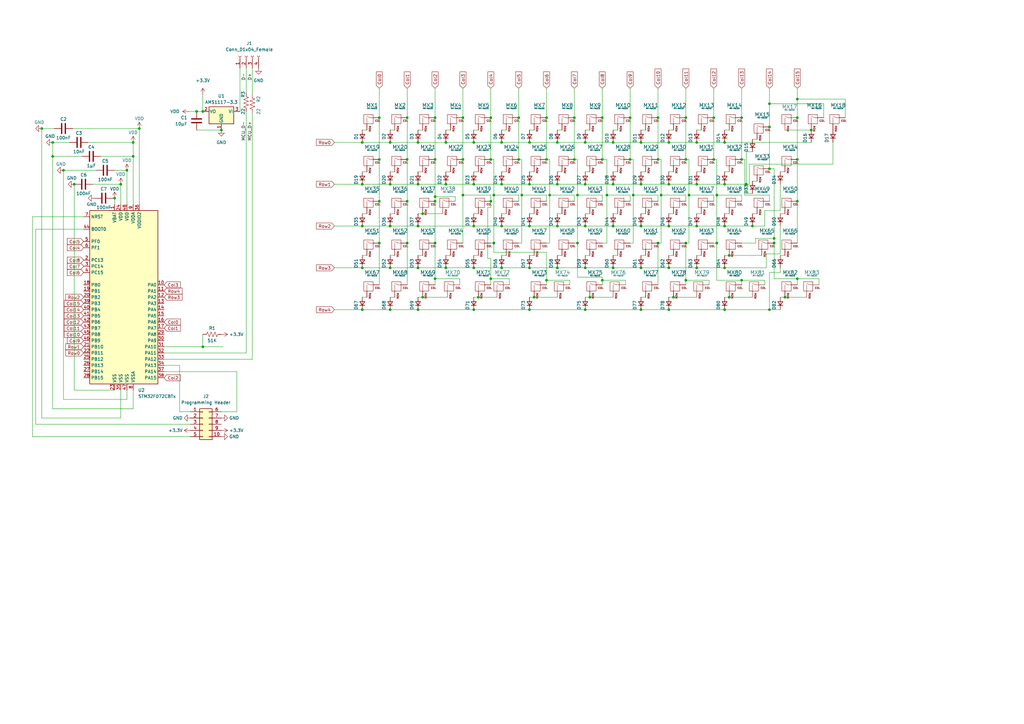
<source format=kicad_sch>
(kicad_sch (version 20211123) (generator eeschema)
  (paper "A3")
  (junction (at 269.875 99.695))
  (junction (at 202.565 80.01))
  (junction (at 317.5 97.79))
  (junction (at 189.865 80.01))
  (junction (at 281.305 114.935))
  (junction (at 281.305 99.695))
  (junction (at 178.435 82.55))
  (junction (at 240.03 109.855))
  (junction (at 258.445 48.26))
  (junction (at 167.005 48.26))
  (junction (at 155.575 99.695))
  (junction (at 251.46 58.42))
  (junction (at 299.085 104.775))
  (junction (at 160.02 92.71))
  (junction (at 240.03 75.565))
  (junction (at 262.89 58.42))
  (junction (at 274.32 92.71))
  (junction (at 90.805 53.34))
  (junction (at 189.865 65.405))
  (junction (at 285.75 109.855))
  (junction (at 171.45 75.565))
  (junction (at 217.17 92.71))
  (junction (at 228.6 58.42))
  (junction (at 281.305 65.405))
  (junction (at 201.295 48.26))
  (junction (at 54.61 64.135))
  (junction (at 297.18 58.42))
  (junction (at 21.59 58.42))
  (junction (at 285.75 92.71))
  (junction (at 160.02 127))
  (junction (at 292.735 65.405))
  (junction (at 30.48 75.565))
  (junction (at 304.165 65.405))
  (junction (at 167.005 65.405))
  (junction (at 148.59 58.42))
  (junction (at 148.59 127))
  (junction (at 178.435 80.645))
  (junction (at 155.575 65.405))
  (junction (at 167.005 99.695))
  (junction (at 205.74 75.565))
  (junction (at 194.31 92.71))
  (junction (at 224.155 65.405))
  (junction (at 182.88 75.565))
  (junction (at 83.185 142.24))
  (junction (at 240.03 92.71))
  (junction (at 321.945 121.92))
  (junction (at 281.305 48.26))
  (junction (at 225.425 80.01))
  (junction (at 262.89 75.565))
  (junction (at 194.31 75.565))
  (junction (at 304.165 48.26))
  (junction (at 212.725 65.405))
  (junction (at 213.995 80.01))
  (junction (at 248.92 80.01))
  (junction (at 306.07 75.565))
  (junction (at 160.02 109.855))
  (junction (at 148.59 109.855))
  (junction (at 178.435 48.26))
  (junction (at 167.005 82.55))
  (junction (at 294.005 80.01))
  (junction (at 274.32 127))
  (junction (at 178.435 99.695))
  (junction (at 327.025 82.55))
  (junction (at 228.6 75.565))
  (junction (at 171.45 109.855))
  (junction (at 205.74 58.42))
  (junction (at 80.645 45.72))
  (junction (at 299.085 121.92))
  (junction (at 224.155 48.26))
  (junction (at 52.07 69.85))
  (junction (at 46.99 81.28))
  (junction (at 217.17 75.565))
  (junction (at 194.31 127))
  (junction (at 315.595 42.545))
  (junction (at 201.295 82.55))
  (junction (at 297.18 127))
  (junction (at 251.46 92.71))
  (junction (at 182.88 109.855))
  (junction (at 327.025 65.405))
  (junction (at 285.75 75.565))
  (junction (at 292.735 48.26))
  (junction (at 240.03 127))
  (junction (at 247.015 48.26))
  (junction (at 217.17 127))
  (junction (at 285.75 58.42))
  (junction (at 308.61 92.71))
  (junction (at 57.15 52.705))
  (junction (at 171.45 127))
  (junction (at 21.59 64.135))
  (junction (at 315.595 69.215))
  (junction (at 236.855 80.01))
  (junction (at 219.075 121.92))
  (junction (at 194.31 109.855))
  (junction (at 297.18 109.855))
  (junction (at 160.02 75.565))
  (junction (at 171.45 92.71))
  (junction (at 317.5 99.695))
  (junction (at 262.89 92.71))
  (junction (at 247.015 114.935))
  (junction (at 189.865 48.26))
  (junction (at 332.74 53.34))
  (junction (at 251.46 75.565))
  (junction (at 315.595 52.07))
  (junction (at 201.295 65.405))
  (junction (at 297.18 75.565))
  (junction (at 315.595 127))
  (junction (at 54.61 58.42))
  (junction (at 228.6 92.71))
  (junction (at 148.59 75.565))
  (junction (at 258.445 65.405))
  (junction (at 155.575 48.26))
  (junction (at 276.225 121.92))
  (junction (at 274.32 109.855))
  (junction (at 236.855 99.695))
  (junction (at 240.03 58.42))
  (junction (at 269.875 48.26))
  (junction (at 178.435 65.405))
  (junction (at 269.875 65.405))
  (junction (at 196.215 121.92))
  (junction (at 228.6 109.855))
  (junction (at 194.31 58.42))
  (junction (at 173.355 87.63))
  (junction (at 17.145 52.705))
  (junction (at 212.725 48.26))
  (junction (at 83.185 45.72))
  (junction (at 155.575 82.55))
  (junction (at 327.025 114.3))
  (junction (at 294.005 99.695))
  (junction (at 26.035 69.85))
  (junction (at 304.165 114.935))
  (junction (at 205.74 92.71))
  (junction (at 262.89 109.855))
  (junction (at 182.88 58.42))
  (junction (at 171.45 58.42))
  (junction (at 201.295 114.3))
  (junction (at 217.17 58.42))
  (junction (at 271.145 80.01))
  (junction (at 327.025 48.26))
  (junction (at 262.89 127))
  (junction (at 259.715 80.01))
  (junction (at 217.17 109.855))
  (junction (at 241.935 121.92))
  (junction (at 327.025 40.64))
  (junction (at 274.32 58.42))
  (junction (at 235.585 65.405))
  (junction (at 205.74 109.855))
  (junction (at 282.575 80.01))
  (junction (at 297.18 92.71))
  (junction (at 274.32 75.565))
  (junction (at 178.435 114.3))
  (junction (at 224.155 114.935))
  (junction (at 148.59 92.71))
  (junction (at 160.02 58.42))
  (junction (at 202.565 99.695))
  (junction (at 235.585 48.26))
  (junction (at 251.46 109.855))
  (junction (at 247.015 65.405))
  (junction (at 49.53 75.565))
  (junction (at 173.355 121.92))
  (wire (pts (xy 285.75 109.855) (xy 297.18 109.855)))
  (wire (pts (xy 258.445 48.26) (xy 258.445 65.405)))
  (wire (pts (xy 137.16 92.71) (xy 148.59 92.71)))
  (wire (pts (xy 308.61 74.295) (xy 310.515 74.295)))
  (wire (pts (xy 292.735 80.01) (xy 282.575 80.01)))
  (wire (pts (xy 297.18 121.92) (xy 299.085 121.92)))
  (wire (pts (xy 33.655 64.135) (xy 21.59 64.135)))
  (wire (pts (xy 240.03 75.565) (xy 251.46 75.565)))
  (wire (pts (xy 178.435 48.26) (xy 178.435 65.405)))
  (wire (pts (xy 236.855 65.405) (xy 236.855 80.01)))
  (wire (pts (xy 317.5 99.695) (xy 317.5 97.79)))
  (wire (pts (xy 297.18 53.34) (xy 299.085 53.34)))
  (wire (pts (xy 274.32 53.34) (xy 276.225 53.34)))
  (wire (pts (xy 292.735 36.195) (xy 292.735 48.26)))
  (wire (pts (xy 205.74 104.775) (xy 207.645 104.775)))
  (wire (pts (xy 285.75 70.485) (xy 287.655 70.485)))
  (wire (pts (xy 178.435 114.3) (xy 178.435 116.84)))
  (wire (pts (xy 189.865 36.195) (xy 189.865 48.26)))
  (wire (pts (xy 14.605 173.99) (xy 78.105 173.99)))
  (wire (pts (xy 247.015 113.665) (xy 236.855 113.665)))
  (wire (pts (xy 309.88 99.695) (xy 309.88 97.79)))
  (wire (pts (xy 83.185 45.72) (xy 80.645 45.72)))
  (wire (pts (xy 236.855 113.665) (xy 236.855 99.695)))
  (wire (pts (xy 201.295 48.26) (xy 201.295 65.405)))
  (wire (pts (xy 137.16 75.565) (xy 148.59 75.565)))
  (wire (pts (xy 299.085 104.775) (xy 312.42 104.775)))
  (wire (pts (xy 247.015 82.55) (xy 247.015 80.01)))
  (wire (pts (xy 171.45 87.63) (xy 173.355 87.63)))
  (wire (pts (xy 205.74 70.485) (xy 207.645 70.485)))
  (wire (pts (xy 217.17 92.71) (xy 228.6 92.71)))
  (wire (pts (xy 304.165 80.01) (xy 294.005 80.01)))
  (wire (pts (xy 337.82 42.545) (xy 315.595 42.545)))
  (wire (pts (xy 201.295 85.09) (xy 201.295 82.55)))
  (wire (pts (xy 285.75 53.34) (xy 287.655 53.34)))
  (wire (pts (xy 327.025 82.55) (xy 327.025 99.695)))
  (wire (pts (xy 97.155 168.91) (xy 90.805 168.91)))
  (wire (pts (xy 269.875 36.195) (xy 269.875 48.26)))
  (wire (pts (xy 217.17 109.855) (xy 228.6 109.855)))
  (wire (pts (xy 189.865 80.01) (xy 189.865 99.695)))
  (wire (pts (xy 297.18 87.63) (xy 299.085 87.63)))
  (wire (pts (xy 294.005 65.405) (xy 294.005 80.01)))
  (wire (pts (xy 202.565 99.695) (xy 202.565 103.505)))
  (wire (pts (xy 269.875 48.26) (xy 269.875 65.405)))
  (wire (pts (xy 294.005 99.695) (xy 292.735 99.695)))
  (wire (pts (xy 225.425 65.405) (xy 225.425 80.01)))
  (wire (pts (xy 228.6 109.855) (xy 240.03 109.855)))
  (wire (pts (xy 233.68 114.935) (xy 224.155 114.935)))
  (wire (pts (xy 178.435 99.695) (xy 178.435 114.3)))
  (wire (pts (xy 196.215 121.92) (xy 203.835 121.92)))
  (wire (pts (xy 236.855 99.695) (xy 235.585 99.695)))
  (wire (pts (xy 304.165 65.405) (xy 305.435 65.405)))
  (wire (pts (xy 217.17 75.565) (xy 228.6 75.565)))
  (wire (pts (xy 171.45 53.34) (xy 173.355 53.34)))
  (wire (pts (xy 313.69 114.935) (xy 304.165 114.935)))
  (wire (pts (xy 297.18 75.565) (xy 306.07 75.565)))
  (wire (pts (xy 251.46 75.565) (xy 262.89 75.565)))
  (wire (pts (xy 171.45 127) (xy 194.31 127)))
  (wire (pts (xy 256.54 116.84) (xy 256.54 114.935)))
  (wire (pts (xy 294.005 114.935) (xy 294.005 99.695)))
  (wire (pts (xy 34.29 93.98) (xy 14.605 93.98)))
  (wire (pts (xy 14.605 93.98) (xy 14.605 173.99)))
  (wire (pts (xy 30.48 75.565) (xy 30.48 160.02)))
  (wire (pts (xy 212.725 65.405) (xy 213.995 65.405)))
  (wire (pts (xy 178.435 80.645) (xy 186.69 80.645)))
  (wire (pts (xy 217.17 121.92) (xy 219.075 121.92)))
  (wire (pts (xy 240.03 109.855) (xy 251.46 109.855)))
  (wire (pts (xy 256.54 114.935) (xy 247.015 114.935)))
  (wire (pts (xy 327.025 114.3) (xy 317.5 114.3)))
  (wire (pts (xy 212.725 48.26) (xy 212.725 65.405)))
  (wire (pts (xy 292.735 48.26) (xy 292.735 65.405)))
  (wire (pts (xy 194.31 109.855) (xy 205.74 109.855)))
  (wire (pts (xy 269.875 99.695) (xy 269.875 116.84)))
  (wire (pts (xy 49.53 171.45) (xy 17.145 171.45)))
  (wire (pts (xy 308.61 57.15) (xy 310.515 57.15)))
  (wire (pts (xy 39.37 69.85) (xy 26.035 69.85)))
  (wire (pts (xy 258.445 36.195) (xy 258.445 48.26)))
  (wire (pts (xy 103.505 27.94) (xy 103.505 38.735)))
  (wire (pts (xy 155.575 65.405) (xy 155.575 82.55)))
  (wire (pts (xy 320.04 70.485) (xy 321.945 70.485)))
  (wire (pts (xy 201.295 106.045) (xy 200.025 106.045)))
  (wire (pts (xy 262.89 121.92) (xy 264.795 121.92)))
  (wire (pts (xy 217.17 127) (xy 240.03 127)))
  (wire (pts (xy 167.005 99.695) (xy 167.005 116.84)))
  (wire (pts (xy 274.32 87.63) (xy 276.225 87.63)))
  (wire (pts (xy 201.295 36.195) (xy 201.295 48.26)))
  (wire (pts (xy 281.305 99.695) (xy 282.575 99.695)))
  (wire (pts (xy 171.45 109.855) (xy 182.88 109.855)))
  (wire (pts (xy 160.02 70.485) (xy 161.925 70.485)))
  (wire (pts (xy 21.59 167.64) (xy 54.61 167.64)))
  (wire (pts (xy 46.99 69.85) (xy 52.07 69.85)))
  (wire (pts (xy 247.015 36.195) (xy 247.015 48.26)))
  (wire (pts (xy 235.585 36.195) (xy 235.585 48.26)))
  (wire (pts (xy 327.025 48.26) (xy 327.025 65.405)))
  (wire (pts (xy 269.875 80.01) (xy 259.715 80.01)))
  (wire (pts (xy 97.155 152.4) (xy 97.155 168.91)))
  (wire (pts (xy 167.005 82.55) (xy 167.005 99.695)))
  (wire (pts (xy 320.04 86.36) (xy 313.69 86.36)))
  (wire (pts (xy 258.445 80.01) (xy 248.92 80.01)))
  (wire (pts (xy 233.68 116.84) (xy 233.68 114.935)))
  (wire (pts (xy 194.31 75.565) (xy 205.74 75.565)))
  (wire (pts (xy 251.46 104.775) (xy 253.365 104.775)))
  (wire (pts (xy 248.92 65.405) (xy 248.92 80.01)))
  (wire (pts (xy 274.32 70.485) (xy 276.225 70.485)))
  (wire (pts (xy 228.6 58.42) (xy 240.03 58.42)))
  (wire (pts (xy 194.31 70.485) (xy 196.215 70.485)))
  (wire (pts (xy 274.32 104.775) (xy 276.225 104.775)))
  (wire (pts (xy 281.305 48.26) (xy 281.305 65.405)))
  (wire (pts (xy 54.61 167.64) (xy 54.61 160.02)))
  (wire (pts (xy 217.17 87.63) (xy 219.075 87.63)))
  (wire (pts (xy 38.1 75.565) (xy 49.53 75.565)))
  (wire (pts (xy 346.71 48.26) (xy 346.71 40.64)))
  (wire (pts (xy 292.735 65.405) (xy 294.005 65.405)))
  (wire (pts (xy 83.185 38.735) (xy 83.185 45.72)))
  (wire (pts (xy 182.88 75.565) (xy 194.31 75.565)))
  (wire (pts (xy 327.025 114.3) (xy 327.025 116.84)))
  (wire (pts (xy 236.855 80.01) (xy 236.855 99.695)))
  (wire (pts (xy 194.31 58.42) (xy 205.74 58.42)))
  (wire (pts (xy 160.02 109.855) (xy 171.45 109.855)))
  (wire (pts (xy 281.305 65.405) (xy 282.575 65.405)))
  (wire (pts (xy 276.225 121.92) (xy 285.75 121.92)))
  (wire (pts (xy 178.435 36.195) (xy 178.435 48.26)))
  (wire (pts (xy 285.75 87.63) (xy 287.655 87.63)))
  (wire (pts (xy 200.025 106.045) (xy 200.025 85.09)))
  (wire (pts (xy 247.015 114.935) (xy 247.015 113.665)))
  (wire (pts (xy 217.17 104.775) (xy 219.075 104.775)))
  (wire (pts (xy 228.6 87.63) (xy 230.505 87.63)))
  (wire (pts (xy 98.425 27.94) (xy 98.425 45.72)))
  (wire (pts (xy 228.6 53.34) (xy 230.505 53.34)))
  (wire (pts (xy 67.31 152.4) (xy 97.155 152.4)))
  (wire (pts (xy 225.425 80.01) (xy 225.425 99.695)))
  (wire (pts (xy 224.155 103.505) (xy 202.565 103.505)))
  (wire (pts (xy 205.74 92.71) (xy 217.17 92.71)))
  (wire (pts (xy 285.75 75.565) (xy 297.18 75.565)))
  (wire (pts (xy 36.195 58.42) (xy 54.61 58.42)))
  (wire (pts (xy 67.31 142.24) (xy 83.185 142.24)))
  (wire (pts (xy 251.46 92.71) (xy 262.89 92.71)))
  (wire (pts (xy 304.165 82.55) (xy 304.165 80.01)))
  (wire (pts (xy 83.185 142.24) (xy 91.44 142.24)))
  (wire (pts (xy 171.45 92.71) (xy 194.31 92.71)))
  (wire (pts (xy 80.645 45.72) (xy 77.47 45.72)))
  (wire (pts (xy 155.575 99.695) (xy 155.575 116.84)))
  (wire (pts (xy 148.59 53.34) (xy 150.495 53.34)))
  (wire (pts (xy 240.03 92.71) (xy 251.46 92.71)))
  (wire (pts (xy 247.015 48.26) (xy 247.015 65.405)))
  (wire (pts (xy 235.585 65.405) (xy 236.855 65.405)))
  (wire (pts (xy 171.45 75.565) (xy 182.88 75.565)))
  (wire (pts (xy 262.89 53.34) (xy 264.795 53.34)))
  (wire (pts (xy 201.295 80.01) (xy 189.865 80.01)))
  (wire (pts (xy 178.435 82.55) (xy 178.435 99.695)))
  (wire (pts (xy 262.89 87.63) (xy 264.795 87.63)))
  (wire (pts (xy 167.005 48.26) (xy 167.005 65.405)))
  (wire (pts (xy 160.02 87.63) (xy 161.925 87.63)))
  (wire (pts (xy 259.715 99.695) (xy 258.445 99.695)))
  (wire (pts (xy 182.88 109.855) (xy 194.31 109.855)))
  (wire (pts (xy 148.59 92.71) (xy 160.02 92.71)))
  (wire (pts (xy 297.18 58.42) (xy 332.74 58.42)))
  (wire (pts (xy 100.965 45.72) (xy 100.965 144.78)))
  (wire (pts (xy 320.04 75.565) (xy 320.04 86.36)))
  (wire (pts (xy 182.88 58.42) (xy 194.31 58.42)))
  (wire (pts (xy 200.025 85.09) (xy 201.295 85.09)))
  (wire (pts (xy 178.435 65.405) (xy 178.435 80.645)))
  (wire (pts (xy 320.04 92.71) (xy 320.04 104.14)))
  (wire (pts (xy 235.585 48.26) (xy 235.585 65.405)))
  (wire (pts (xy 228.6 104.775) (xy 230.505 104.775)))
  (wire (pts (xy 274.32 109.855) (xy 285.75 109.855)))
  (wire (pts (xy 194.31 92.71) (xy 205.74 92.71)))
  (wire (pts (xy 299.085 121.92) (xy 308.61 121.92)))
  (wire (pts (xy 137.16 58.42) (xy 148.59 58.42)))
  (wire (pts (xy 247.015 114.935) (xy 247.015 116.84)))
  (wire (pts (xy 315.595 82.55) (xy 315.595 80.01)))
  (wire (pts (xy 188.595 116.84) (xy 188.595 114.3)))
  (wire (pts (xy 314.325 104.14) (xy 314.325 109.855)))
  (wire (pts (xy 213.995 65.405) (xy 213.995 80.01)))
  (wire (pts (xy 212.725 99.695) (xy 213.995 99.695)))
  (wire (pts (xy 26.035 69.85) (xy 26.035 163.83)))
  (wire (pts (xy 320.04 121.92) (xy 321.945 121.92)))
  (wire (pts (xy 194.31 104.775) (xy 196.215 104.775)))
  (wire (pts (xy 308.61 87.63) (xy 310.515 87.63)))
  (wire (pts (xy 100.965 27.94) (xy 100.965 38.1)))
  (wire (pts (xy 271.145 80.01) (xy 271.145 99.695)))
  (wire (pts (xy 148.59 109.855) (xy 160.02 109.855)))
  (wire (pts (xy 297.18 127) (xy 315.595 127)))
  (wire (pts (xy 201.295 114.3) (xy 201.295 106.045)))
  (wire (pts (xy 341.63 67.31) (xy 341.63 58.42)))
  (wire (pts (xy 201.295 82.55) (xy 201.295 80.01)))
  (wire (pts (xy 281.305 82.55) (xy 281.305 80.01)))
  (wire (pts (xy 262.89 109.855) (xy 274.32 109.855)))
  (wire (pts (xy 315.595 52.07) (xy 315.595 69.215)))
  (wire (pts (xy 281.305 36.195) (xy 281.305 48.26)))
  (wire (pts (xy 317.5 69.215) (xy 315.595 69.215)))
  (wire (pts (xy 225.425 99.695) (xy 224.155 99.695)))
  (wire (pts (xy 259.715 65.405) (xy 259.715 80.01)))
  (wire (pts (xy 251.46 70.485) (xy 253.365 70.485)))
  (wire (pts (xy 235.585 82.55) (xy 235.585 80.01)))
  (wire (pts (xy 262.89 92.71) (xy 274.32 92.71)))
  (wire (pts (xy 315.595 42.545) (xy 315.595 52.07)))
  (wire (pts (xy 171.45 104.775) (xy 173.355 104.775)))
  (wire (pts (xy 182.88 70.485) (xy 184.785 70.485)))
  (wire (pts (xy 160.02 92.71) (xy 171.45 92.71)))
  (wire (pts (xy 297.18 70.485) (xy 299.085 70.485)))
  (wire (pts (xy 194.31 53.34) (xy 196.215 53.34)))
  (wire (pts (xy 52.07 83.82) (xy 52.07 69.85)))
  (wire (pts (xy 294.005 80.01) (xy 294.005 99.695)))
  (wire (pts (xy 248.92 80.01) (xy 248.92 99.695)))
  (wire (pts (xy 155.575 36.195) (xy 155.575 48.26)))
  (wire (pts (xy 205.74 58.42) (xy 217.17 58.42)))
  (wire (pts (xy 178.435 80.645) (xy 178.435 82.55)))
  (wire (pts (xy 251.46 87.63) (xy 253.365 87.63)))
  (wire (pts (xy 67.31 147.32) (xy 103.505 147.32)))
  (wire (pts (xy 202.565 80.01) (xy 202.565 99.695)))
  (wire (pts (xy 269.875 65.405) (xy 271.145 65.405)))
  (wire (pts (xy 213.995 80.01) (xy 213.995 99.695)))
  (wire (pts (xy 251.46 58.42) (xy 262.89 58.42)))
  (wire (pts (xy 208.915 116.84) (xy 208.915 114.3)))
  (wire (pts (xy 315.595 80.01) (xy 305.435 80.01)))
  (wire (pts (xy 41.275 64.135) (xy 54.61 64.135)))
  (wire (pts (xy 317.5 99.695) (xy 317.5 114.3)))
  (wire (pts (xy 320.04 104.14) (xy 314.325 104.14)))
  (wire (pts (xy 21.59 58.42) (xy 28.575 58.42)))
  (wire (pts (xy 315.595 36.195) (xy 315.595 42.545)))
  (wire (pts (xy 321.945 121.92) (xy 330.835 121.92)))
  (wire (pts (xy 290.83 114.935) (xy 281.305 114.935)))
  (wire (pts (xy 137.16 127) (xy 148.59 127)))
  (wire (pts (xy 26.035 163.83) (xy 52.07 163.83)))
  (wire (pts (xy 46.99 160.02) (xy 30.48 160.02)))
  (wire (pts (xy 317.5 97.79) (xy 317.5 69.215)))
  (wire (pts (xy 308.61 79.375) (xy 306.07 79.375)))
  (wire (pts (xy 171.45 58.42) (xy 182.88 58.42)))
  (wire (pts (xy 285.75 58.42) (xy 297.18 58.42)))
  (wire (pts (xy 335.915 116.84) (xy 335.915 114.3)))
  (wire (pts (xy 285.75 92.71) (xy 297.18 92.71)))
  (wire (pts (xy 90.805 53.34) (xy 80.645 53.34)))
  (wire (pts (xy 224.155 65.405) (xy 225.425 65.405)))
  (wire (pts (xy 148.59 58.42) (xy 160.02 58.42)))
  (wire (pts (xy 73.66 149.86) (xy 73.66 168.91)))
  (wire (pts (xy 219.075 121.92) (xy 228.6 121.92)))
  (wire (pts (xy 224.155 114.935) (xy 224.155 116.84)))
  (wire (pts (xy 262.89 75.565) (xy 274.32 75.565)))
  (wire (pts (xy 54.61 64.135) (xy 54.61 83.82)))
  (wire (pts (xy 194.31 121.92) (xy 196.215 121.92)))
  (wire (pts (xy 205.74 109.855) (xy 217.17 109.855)))
  (wire (pts (xy 21.59 64.135) (xy 21.59 167.64)))
  (wire (pts (xy 313.69 92.71) (xy 308.61 92.71)))
  (wire (pts (xy 201.295 99.695) (xy 202.565 99.695)))
  (wire (pts (xy 160.02 127) (xy 171.45 127)))
  (wire (pts (xy 337.82 48.26) (xy 337.82 42.545)))
  (wire (pts (xy 224.155 82.55) (xy 224.155 80.01)))
  (wire (pts (xy 320.04 87.63) (xy 321.945 87.63)))
  (wire (pts (xy 281.305 99.695) (xy 281.305 114.935)))
  (wire (pts (xy 241.935 121.92) (xy 251.46 121.92)))
  (wire (pts (xy 308.61 62.23) (xy 306.07 62.23)))
  (wire (pts (xy 269.875 82.55) (xy 269.875 80.01)))
  (wire (pts (xy 309.88 97.79) (xy 317.5 97.79)))
  (wire (pts (xy 290.83 116.84) (xy 290.83 114.935)))
  (wire (pts (xy 251.46 53.34) (xy 253.365 53.34)))
  (wire (pts (xy 194.31 87.63) (xy 196.215 87.63)))
  (wire (pts (xy 205.74 75.565) (xy 217.17 75.565)))
  (wire (pts (xy 202.565 65.405) (xy 201.295 65.405)))
  (wire (pts (xy 34.29 88.9) (xy 13.335 88.9)))
  (wire (pts (xy 320.04 111.76) (xy 315.595 111.76)))
  (wire (pts (xy 148.59 87.63) (xy 150.495 87.63)))
  (wire (pts (xy 297.18 104.775) (xy 299.085 104.775)))
  (wire (pts (xy 160.02 75.565) (xy 171.45 75.565)))
  (wire (pts (xy 304.165 114.935) (xy 294.005 114.935)))
  (wire (pts (xy 212.725 36.195) (xy 212.725 48.26)))
  (wire (pts (xy 148.59 121.92) (xy 150.495 121.92)))
  (wire (pts (xy 240.03 70.485) (xy 241.935 70.485)))
  (wire (pts (xy 306.07 75.565) (xy 307.34 75.565)))
  (wire (pts (xy 274.32 92.71) (xy 285.75 92.71)))
  (wire (pts (xy 292.735 82.55) (xy 292.735 80.01)))
  (wire (pts (xy 137.16 109.855) (xy 148.59 109.855)))
  (wire (pts (xy 335.915 114.3) (xy 327.025 114.3)))
  (wire (pts (xy 202.565 80.01) (xy 202.565 65.405)))
  (wire (pts (xy 304.165 99.695) (xy 309.88 99.695)))
  (wire (pts (xy 306.07 75.565) (xy 306.07 79.375)))
  (wire (pts (xy 49.53 75.565) (xy 49.53 83.82)))
  (wire (pts (xy 248.92 99.695) (xy 247.015 99.695)))
  (wire (pts (xy 307.34 67.31) (xy 341.63 67.31)))
  (wire (pts (xy 186.69 80.645) (xy 186.69 82.55)))
  (wire (pts (xy 148.59 127) (xy 160.02 127)))
  (wire (pts (xy 258.445 82.55) (xy 258.445 80.01)))
  (wire (pts (xy 228.6 92.71) (xy 240.03 92.71)))
  (wire (pts (xy 67.31 144.78) (xy 100.965 144.78)))
  (wire (pts (xy 282.575 80.01) (xy 282.575 99.695)))
  (wire (pts (xy 17.145 52.705) (xy 22.225 52.705)))
  (wire (pts (xy 313.69 86.36) (xy 313.69 92.71)))
  (wire (pts (xy 17.145 52.705) (xy 17.145 171.45)))
  (wire (pts (xy 160.02 104.775) (xy 161.925 104.775)))
  (wire (pts (xy 212.725 80.01) (xy 202.565 80.01)))
  (wire (pts (xy 327.025 40.64) (xy 327.025 48.26)))
  (wire (pts (xy 29.845 52.705) (xy 57.15 52.705)))
  (wire (pts (xy 217.17 58.42) (xy 228.6 58.42)))
  (wire (pts (xy 228.6 70.485) (xy 230.505 70.485)))
  (wire (pts (xy 240.03 104.775) (xy 241.935 104.775)))
  (wire (pts (xy 304.165 36.195) (xy 304.165 48.26)))
  (wire (pts (xy 182.88 104.775) (xy 184.785 104.775)))
  (wire (pts (xy 304.165 114.935) (xy 304.165 116.84)))
  (wire (pts (xy 148.59 104.775) (xy 150.495 104.775)))
  (wire (pts (xy 327.025 40.64) (xy 346.71 40.64)))
  (wire (pts (xy 235.585 80.01) (xy 225.425 80.01)))
  (wire (pts (xy 46.355 81.28) (xy 46.99 81.28)))
  (wire (pts (xy 188.595 114.3) (xy 178.435 114.3)))
  (wire (pts (xy 194.31 127) (xy 217.17 127)))
  (wire (pts (xy 208.915 114.3) (xy 201.295 114.3)))
  (wire (pts (xy 13.335 179.07) (xy 78.105 179.07)))
  (wire (pts (xy 315.595 111.76) (xy 315.595 127)))
  (wire (pts (xy 160.02 121.92) (xy 161.925 121.92)))
  (wire (pts (xy 54.61 58.42) (xy 54.61 64.135)))
  (wire (pts (xy 148.59 70.485) (xy 150.495 70.485)))
  (wire (pts (xy 228.6 75.565) (xy 240.03 75.565)))
  (wire (pts (xy 314.325 109.855) (xy 297.18 109.855)))
  (wire (pts (xy 173.355 87.63) (xy 181.61 87.63)))
  (wire (pts (xy 182.88 53.34) (xy 184.785 53.34)))
  (wire (pts (xy 258.445 65.405) (xy 259.715 65.405)))
  (wire (pts (xy 262.89 58.42) (xy 274.32 58.42)))
  (wire (pts (xy 160.02 53.34) (xy 161.925 53.34)))
  (wire (pts (xy 240.03 87.63) (xy 241.935 87.63)))
  (wire (pts (xy 285.75 104.775) (xy 287.655 104.775)))
  (wire (pts (xy 167.005 65.405) (xy 167.005 82.55)))
  (wire (pts (xy 247.015 65.405) (xy 248.92 65.405)))
  (wire (pts (xy 224.155 80.01) (xy 213.995 80.01)))
  (wire (pts (xy 307.34 75.565) (xy 307.34 67.31)))
  (wire (pts (xy 13.335 88.9) (xy 13.335 179.07)))
  (wire (pts (xy 274.32 58.42) (xy 285.75 58.42)))
  (wire (pts (xy 67.31 149.86) (xy 73.66 149.86)))
  (wire (pts (xy 160.02 58.42) (xy 171.45 58.42)))
  (wire (pts (xy 224.155 114.935) (xy 224.155 103.505)))
  (wire (pts (xy 315.595 127) (xy 320.04 127)))
  (wire (pts (xy 73.66 168.91) (xy 78.105 168.91)))
  (wire (pts (xy 155.575 48.26) (xy 155.575 65.405)))
  (wire (pts (xy 57.15 52.705) (xy 57.15 83.82)))
  (wire (pts (xy 313.69 116.84) (xy 313.69 114.935)))
  (wire (pts (xy 281.305 80.01) (xy 271.145 80.01)))
  (wire (pts (xy 281.305 114.935) (xy 281.305 116.84)))
  (wire (pts (xy 247.015 80.01) (xy 236.855 80.01)))
  (wire (pts (xy 49.53 160.02) (xy 49.53 171.45)))
  (wire (pts (xy 304.165 48.26) (xy 304.165 65.405)))
  (wire (pts (xy 201.295 114.3) (xy 201.295 116.84)))
  (wire (pts (xy 305.435 65.405) (xy 305.435 80.01)))
  (wire (pts (xy 274.32 127) (xy 297.18 127)))
  (wire (pts (xy 240.03 121.92) (xy 241.935 121.92)))
  (wire (pts (xy 306.07 62.23) (xy 306.07 75.565)))
  (wire (pts (xy 327.025 36.195) (xy 327.025 40.64)))
  (wire (pts (xy 274.32 75.565) (xy 285.75 75.565)))
  (wire (pts (xy 189.865 65.405) (xy 189.865 80.01)))
  (wire (pts (xy 297.18 92.71) (xy 308.61 92.71)))
  (wire (pts (xy 274.32 121.92) (xy 276.225 121.92)))
  (wire (pts (xy 240.03 53.34) (xy 241.935 53.34)))
  (wire (pts (xy 217.17 53.34) (xy 219.075 53.34)))
  (wire (pts (xy 212.725 82.55) (xy 212.725 80.01)))
  (wire (pts (xy 271.145 99.695) (xy 269.875 99.695)))
  (wire (pts (xy 173.355 121.92) (xy 183.515 121.92)))
  (wire (pts (xy 217.17 70.485) (xy 219.075 70.485)))
  (wire (pts (xy 320.04 109.855) (xy 320.04 111.76)))
  (wire (pts (xy 103.505 46.355) (xy 103.505 147.32)))
  (wire (pts (xy 259.715 80.01) (xy 259.715 99.695)))
  (wire (pts (xy 240.03 127) (xy 262.89 127)))
  (wire (pts (xy 282.575 65.405) (xy 282.575 80.01)))
  (wire (pts (xy 205.74 53.34) (xy 207.645 53.34)))
  (wire (pts (xy 189.865 48.26) (xy 189.865 65.405)))
  (wire (pts (xy 262.89 127) (xy 274.32 127)))
  (wire (pts (xy 321.945 53.34) (xy 332.74 53.34)))
  (wire (pts (xy 205.74 87.63) (xy 207.645 87.63)))
  (wire (pts (xy 21.59 58.42) (xy 21.59 64.135)))
  (wire (pts (xy 262.89 104.775) (xy 264.795 104.775)))
  (wire (pts (xy 262.89 70.485) (xy 264.795 70.485)))
  (wire (pts (xy 224.155 48.26) (xy 224.155 65.405)))
  (wire (pts (xy 155.575 82.55) (xy 155.575 99.695)))
  (wire (pts (xy 171.45 121.92) (xy 173.355 121.92)))
  (wire (pts (xy 83.185 137.16) (xy 83.185 142.24)))
  (wire (pts (xy 52.07 163.83) (xy 52.07 160.02)))
  (wire (pts (xy 224.155 36.195) (xy 224.155 48.26)))
  (wire (pts (xy 327.025 65.405) (xy 327.025 82.55)))
  (wire (pts (xy 171.45 70.485) (xy 173.355 70.485)))
  (wire (pts (xy 240.03 58.42) (xy 251.46 58.42)))
  (wire (pts (xy 148.59 75.565) (xy 160.02 75.565)))
  (wire (pts (xy 251.46 109.855) (xy 262.89 109.855)))
  (wire (pts (xy 46.99 81.28) (xy 46.99 83.82)))
  (wire (pts (xy 167.005 36.195) (xy 167.005 48.26)))
  (wire (pts (xy 271.145 65.405) (xy 271.145 80.01)))
  (wire (pts (xy 320.04 104.775) (xy 321.945 104.775)))
  (label "MCU_D-" (at 100.965 57.785 90))
  (label "MCU_D+" (at 103.505 57.785 90))
  (label "D-" (at 100.965 33.02 90))
  (label "D+" (at 103.505 33.02 90))
  (global_label "Col2" (shape input) (at 67.31 154.94 0) (property "Intersheet References" "${INTERSHEET_REFS}" (effects hide)))
  (global_label "Col6" (shape input) (at 224.155 36.195 90) (property "Intersheet References" "${INTERSHEET_REFS}" (effects hide)))
  (global_label "Col11" (shape input) (at 34.29 134.62 180) (property "Intersheet References" "${INTERSHEET_REFS}" (effects hide)))
  (global_label "Row1" (shape input) (at 137.16 75.565 180) (property "Intersheet References" "${INTERSHEET_REFS}" (effects hide)))
  (global_label "Col12" (shape input) (at 292.735 36.195 90) (property "Intersheet References" "${INTERSHEET_REFS}" (effects hide)))
  (global_label "Col8" (shape input) (at 247.015 36.195 90) (property "Intersheet References" "${INTERSHEET_REFS}" (effects hide)))
  (global_label "Col8" (shape input) (at 34.29 106.68 180) (property "Intersheet References" "${INTERSHEET_REFS}" (effects hide)))
  (global_label "Col14" (shape input) (at 315.595 36.195 90) (property "Intersheet References" "${INTERSHEET_REFS}" (effects hide)))
  (global_label "Col4" (shape input) (at 34.29 101.6 180) (property "Intersheet References" "${INTERSHEET_REFS}" (effects hide)))
  (global_label "Col1" (shape input) (at 67.31 134.62 0) (property "Intersheet References" "${INTERSHEET_REFS}" (effects hide)))
  (global_label "Col4" (shape input) (at 201.295 36.195 90) (property "Intersheet References" "${INTERSHEET_REFS}" (effects hide)))
  (global_label "Row3" (shape input) (at 67.31 121.92 0) (property "Intersheet References" "${INTERSHEET_REFS}" (effects hide)))
  (global_label "Col13" (shape input) (at 304.165 36.195 90) (property "Intersheet References" "${INTERSHEET_REFS}" (effects hide)))
  (global_label "Col9" (shape input) (at 258.445 36.195 90) (property "Intersheet References" "${INTERSHEET_REFS}" (effects hide)))
  (global_label "Row4" (shape input) (at 67.31 119.38 0) (property "Intersheet References" "${INTERSHEET_REFS}" (effects hide)))
  (global_label "Row0" (shape input) (at 137.16 58.42 180) (property "Intersheet References" "${INTERSHEET_REFS}" (effects hide)))
  (global_label "Row0" (shape input) (at 34.29 144.78 180) (property "Intersheet References" "${INTERSHEET_REFS}" (effects hide)))
  (global_label "Col5" (shape input) (at 34.29 99.06 180) (property "Intersheet References" "${INTERSHEET_REFS}" (effects hide)))
  (global_label "Col7" (shape input) (at 235.585 36.195 90) (property "Intersheet References" "${INTERSHEET_REFS}" (effects hide)))
  (global_label "Col10" (shape input) (at 269.875 36.195 90) (property "Intersheet References" "${INTERSHEET_REFS}" (effects hide)))
  (global_label "Col3" (shape input) (at 67.31 116.84 0) (property "Intersheet References" "${INTERSHEET_REFS}" (effects hide)))
  (global_label "Col15" (shape input) (at 327.025 36.195 90) (property "Intersheet References" "${INTERSHEET_REFS}" (effects hide)))
  (global_label "Col1" (shape input) (at 167.005 36.195 90) (property "Intersheet References" "${INTERSHEET_REFS}" (effects hide)))
  (global_label "Col9" (shape input) (at 34.29 139.7 180) (property "Intersheet References" "${INTERSHEET_REFS}" (effects hide)))
  (global_label "Col5" (shape input) (at 212.725 36.195 90) (property "Intersheet References" "${INTERSHEET_REFS}" (effects hide)))
  (global_label "Col13" (shape input) (at 34.29 129.54 180) (property "Intersheet References" "${INTERSHEET_REFS}" (effects hide)))
  (global_label "Row2" (shape input) (at 34.29 121.92 180) (property "Intersheet References" "${INTERSHEET_REFS}" (effects hide)))
  (global_label "Row3" (shape input) (at 137.16 109.855 180) (property "Intersheet References" "${INTERSHEET_REFS}" (effects hide)))
  (global_label "Row1" (shape input) (at 34.29 142.24 180) (property "Intersheet References" "${INTERSHEET_REFS}" (effects hide)))
  (global_label "Col7" (shape input) (at 34.29 109.22 180) (property "Intersheet References" "${INTERSHEET_REFS}" (effects hide)))
  (global_label "Col12" (shape input) (at 34.29 132.08 180) (property "Intersheet References" "${INTERSHEET_REFS}" (effects hide)))
  (global_label "Col14" (shape input) (at 34.29 127 180) (property "Intersheet References" "${INTERSHEET_REFS}" (effects hide)))
  (global_label "Col0" (shape input) (at 67.31 132.08 0) (property "Intersheet References" "${INTERSHEET_REFS}" (effects hide)))
  (global_label "Col15" (shape input) (at 34.29 124.46 180) (property "Intersheet References" "${INTERSHEET_REFS}" (effects hide)))
  (global_label "Col11" (shape input) (at 281.305 36.195 90) (property "Intersheet References" "${INTERSHEET_REFS}" (effects hide)))
  (global_label "Col10" (shape input) (at 34.29 137.16 180) (property "Intersheet References" "${INTERSHEET_REFS}" (effects hide)))
  (global_label "Col6" (shape input) (at 34.29 111.76 180) (property "Intersheet References" "${INTERSHEET_REFS}" (effects hide)))
  (global_label "Col0" (shape input) (at 155.575 36.195 90) (property "Intersheet References" "${INTERSHEET_REFS}" (effects hide)))
  (global_label "Row4" (shape input) (at 137.16 127 180) (property "Intersheet References" "${INTERSHEET_REFS}" (effects hide)))
  (global_label "Row2" (shape input) (at 137.16 92.71 180) (property "Intersheet References" "${INTERSHEET_REFS}" (effects hide)))
  (global_label "Col3" (shape input) (at 189.865 36.195 90) (property "Intersheet References" "${INTERSHEET_REFS}" (effects hide)))
  (global_label "Col2" (shape input) (at 178.435 36.195 90) (property "Intersheet References" "${INTERSHEET_REFS}" (effects hide)))
  (symbol (lib_id "MX_Alps_Hybrid:MX-NoLED") (at 174.625 66.675 0) (unit 1)
    (property "Reference" "MX21" (at 175.5106 60.325 0) (effects (font (size 1.524 1.524))))
    (property "Value" "MX-NoLED" (at 175.5106 61.595 0) (effects (font (size 0.508 0.508))))
    (property "Footprint" "MX_Only:MXOnly-1U-NoLED" (effects hide))
  )
  (symbol (lib_id "Device:D_Small") (at 262.89 124.46 90) (unit 1)
    (property "Reference" "D77" (at 260.35 123.19 0) (effects (justify right)))
    (property "Value" "D_Small" (effects hide))
    (property "Footprint" "Diode_SMD:D_SOD-123" (effects hide))
  )
  (symbol (lib_id "Device:D_Small") (at 274.32 124.46 90) (unit 1)
    (property "Reference" "D78" (at 271.78 123.19 0) (effects (justify right)))
    (property "Value" "D_Small" (effects hide))
    (property "Footprint" "Diode_SMD:D_SOD-123" (effects hide))
  )
  (symbol (lib_id "MX_Alps_Hybrid:MX-NoLED") (at 243.205 83.82 0) (unit 1)
    (property "Reference" "MX43" (at 244.0906 77.47 0) (effects (font (size 1.524 1.524))))
    (property "Value" "MX-NoLED" (at 244.0906 78.74 0) (effects (font (size 0.508 0.508))))
    (property "Footprint" "MX_Only:MXOnly-1U-NoLED" (effects hide))
  )
  (symbol (lib_id "MX_Alps_Hybrid:MX-NoLED") (at 163.195 49.53 0) (unit 1)
    (property "Reference" "MX2" (at 164.0806 43.18 0) (effects (font (size 1.524 1.524))))
    (property "Value" "MX-NoLED" (at 164.0806 44.45 0) (effects (font (size 0.508 0.508))))
    (property "Footprint" "MX_Only:MXOnly-1U-NoLED" (effects hide))
  )
  (symbol (lib_id "MX_Alps_Hybrid:MX-NoLED") (at 277.495 100.965 0) (unit 1)
    (property "Reference" "MX62" (at 278.3806 94.615 0) (effects (font (size 1.524 1.524))))
    (property "Value" "MX-NoLED" (at 278.3806 95.885 0) (effects (font (size 0.508 0.508))))
    (property "Footprint" "MX_Only:MXOnly-1U-NoLED" (effects hide))
  )
  (symbol (lib_id "power:+3.3V") (at 90.805 137.16 270) (unit 1)
    (property "Reference" "#PWR015" (effects hide))
    (property "Value" "+3.3V" (at 93.98 137.1599 90) (effects (justify left)))
  )
  (symbol (lib_id "MX_Alps_Hybrid:MX-NoLED") (at 288.925 100.965 0) (unit 1)
    (property "Reference" "MX63" (at 289.8106 94.615 0) (effects (font (size 1.524 1.524))))
    (property "Value" "MX-NoLED" (at 289.8106 95.885 0) (effects (font (size 0.508 0.508))))
    (property "Footprint" "MX_Only:MXOnly-1U-NoLED" (effects hide))
  )
  (symbol (lib_id "MX_Alps_Hybrid:MX-NoLED") (at 197.485 118.11 0) (unit 1)
    (property "Reference" "MX71" (at 198.3706 111.76 0) (effects (font (size 1.524 1.524))))
    (property "Value" "MX-NoLED" (at 198.3706 113.03 0) (effects (font (size 0.508 0.508))))
    (property "Footprint" "MX_Only:MXOnly-1U-NoLED" (effects hide))
  )
  (symbol (lib_id "Device:D_Small") (at 285.75 90.17 90) (unit 1)
    (property "Reference" "D47" (at 283.21 88.9 0) (effects (justify right)))
    (property "Value" "D_Small" (effects hide))
    (property "Footprint" "Diode_SMD:D_SOD-123" (effects hide))
  )
  (symbol (lib_id "power:VDD") (at 54.61 58.42 0) (unit 1)
    (property "Reference" "#PWR08" (effects hide))
    (property "Value" "VDD" (at 54.61 54.356 0))
  )
  (symbol (lib_id "Device:D_Small") (at 308.61 59.69 90) (unit 1)
    (property "Reference" "D15" (at 306.07 58.42 0) (effects (justify right)))
    (property "Value" "D_Small" (effects hide))
    (property "Footprint" "Diode_SMD:D_SOD-123" (effects hide))
  )
  (symbol (lib_id "MX_Alps_Hybrid:MX-NoLED") (at 254.635 100.965 0) (unit 1)
    (property "Reference" "MX60" (at 255.5206 94.615 0) (effects (font (size 1.524 1.524))))
    (property "Value" "MX-NoLED" (at 255.5206 95.885 0) (effects (font (size 0.508 0.508))))
    (property "Footprint" "MX_Only:MXOnly-1U-NoLED" (effects hide))
  )
  (symbol (lib_id "power:VDD") (at 77.47 45.72 90) (mirror x) (unit 1)
    (property "Reference" "#PWR03" (effects hide))
    (property "Value" "VDD" (at 73.66 45.7199 90) (effects (justify left)))
  )
  (symbol (lib_id "MX_Alps_Hybrid:MX-NoLED") (at 197.485 49.53 0) (unit 1)
    (property "Reference" "MX5" (at 198.3706 43.18 0) (effects (font (size 1.524 1.524))))
    (property "Value" "MX-NoLED" (at 198.3706 44.45 0) (effects (font (size 0.508 0.508))))
    (property "Footprint" "MX_Only:MXOnly-1U-NoLED" (effects hide))
  )
  (symbol (lib_id "MCU_ST_STM32F0:STM32F072CBTx") (at 52.07 121.92 0) (unit 1)
    (property "Reference" "U2" (at 56.6294 160.02 0) (effects (justify left)))
    (property "Value" "STM32F072CBTx" (at 56.6294 162.56 0) (effects (justify left)))
    (property "Footprint" "Package_QFP:LQFP-48_7x7mm_P0.5mm" (effects hide))
    (property "Datasheet" "http://www.st.com/st-web-ui/static/active/en/resource/technical/document/datasheet/DM00090510.pdf" (effects hide))
  )
  (symbol (lib_id "Device:D_Small") (at 182.88 73.025 90) (unit 1)
    (property "Reference" "D22" (at 180.34 71.755 0) (effects (justify right)))
    (property "Value" "D_Small" (effects hide))
    (property "Footprint" "Diode_SMD:D_SOD-123" (effects hide))
  )
  (symbol (lib_id "MX_Alps_Hybrid:MX-NoLED") (at 254.635 66.675 0) (unit 1)
    (property "Reference" "MX28" (at 255.5206 60.325 0) (effects (font (size 1.524 1.524))))
    (property "Value" "MX-NoLED" (at 255.5206 61.595 0) (effects (font (size 0.508 0.508))))
    (property "Footprint" "MX_Only:MXOnly-1U-NoLED" (effects hide))
  )
  (symbol (lib_id "Device:R_US") (at 103.505 42.545 0) (unit 1)
    (property "Reference" "R2" (at 106.045 40.64 90))
    (property "Value" "22" (at 106.045 45.72 90))
    (property "Footprint" "Resistor_SMD:R_0805_2012Metric" (effects hide))
  )
  (symbol (lib_id "Device:D_Small") (at 160.02 73.025 90) (unit 1)
    (property "Reference" "D20" (at 157.48 71.755 0) (effects (justify right)))
    (property "Value" "D_Small" (effects hide))
    (property "Footprint" "Diode_SMD:D_SOD-123" (effects hide))
  )
  (symbol (lib_id "MX_Alps_Hybrid:MX-NoLED") (at 163.195 66.675 0) (unit 1)
    (property "Reference" "MX20" (at 164.0806 60.325 0) (effects (font (size 1.524 1.524))))
    (property "Value" "MX-NoLED" (at 164.0806 61.595 0) (effects (font (size 0.508 0.508))))
    (property "Footprint" "MX_Only:MXOnly-1U-NoLED" (effects hide))
  )
  (symbol (lib_id "power:VDD") (at 52.07 69.85 0) (unit 1)
    (property "Reference" "#PWR010" (effects hide))
    (property "Value" "VDD" (at 52.07 65.786 0))
  )
  (symbol (lib_id "MX_Alps_Hybrid:MX-NoLED") (at 186.055 66.675 0) (unit 1)
    (property "Reference" "MX22" (at 186.9406 60.325 0) (effects (font (size 1.524 1.524))))
    (property "Value" "MX-NoLED" (at 186.9406 61.595 0) (effects (font (size 0.508 0.508))))
    (property "Footprint" "MX_Only:MXOnly-1U-NoLED" (effects hide))
  )
  (symbol (lib_id "MX_Alps_Hybrid:MX-NoLED") (at 266.065 118.11 0) (unit 1)
    (property "Reference" "MX77" (at 266.9506 111.76 0) (effects (font (size 1.524 1.524))))
    (property "Value" "MX-NoLED" (at 266.9506 113.03 0) (effects (font (size 0.508 0.508))))
    (property "Footprint" "MX_Only:MXOnly-1U-NoLED" (effects hide))
  )
  (symbol (lib_id "MX_Alps_Hybrid:MX-NoLED") (at 266.065 66.675 0) (unit 1)
    (property "Reference" "MX29" (at 266.9506 60.325 0) (effects (font (size 1.524 1.524))))
    (property "Value" "MX-NoLED" (at 266.9506 61.595 0) (effects (font (size 0.508 0.508))))
    (property "Footprint" "MX_Only:MXOnly-1U-NoLED" (effects hide))
  )
  (symbol (lib_id "power:GND") (at 21.59 58.42 270) (unit 1)
    (property "Reference" "#PWR07" (effects hide))
    (property "Value" "GND" (at 22.606 55.88 90) (effects (justify right)))
  )
  (symbol (lib_id "Device:D_Small") (at 240.03 124.46 90) (unit 1)
    (property "Reference" "D75" (at 237.49 123.19 0) (effects (justify right)))
    (property "Value" "D_Small" (effects hide))
    (property "Footprint" "Diode_SMD:D_SOD-123" (effects hide))
  )
  (symbol (lib_id "Device:D_Small") (at 228.6 73.025 90) (unit 1)
    (property "Reference" "D26" (at 226.06 71.755 0) (effects (justify right)))
    (property "Value" "D_Small" (effects hide))
    (property "Footprint" "Diode_SMD:D_SOD-123" (effects hide))
  )
  (symbol (lib_id "Device:D_Small") (at 262.89 73.025 90) (unit 1)
    (property "Reference" "D29" (at 260.35 71.755 0) (effects (justify right)))
    (property "Value" "D_Small" (effects hide))
    (property "Footprint" "Diode_SMD:D_SOD-123" (effects hide))
  )
  (symbol (lib_id "Device:D_Small") (at 217.17 55.88 90) (unit 1)
    (property "Reference" "D7" (at 214.63 54.61 0) (effects (justify right)))
    (property "Value" "D_Small" (effects hide))
    (property "Footprint" "Diode_SMD:D_SOD-123" (effects hide))
  )
  (symbol (lib_id "Device:D_Small") (at 182.88 55.88 90) (unit 1)
    (property "Reference" "D4" (at 180.34 54.61 0) (effects (justify right)))
    (property "Value" "D_Small" (effects hide))
    (property "Footprint" "Diode_SMD:D_SOD-123" (effects hide))
  )
  (symbol (lib_id "MX_Alps_Hybrid:MX-NoLED") (at 197.485 66.675 0) (unit 1)
    (property "Reference" "MX23" (at 198.3706 60.325 0) (effects (font (size 1.524 1.524))))
    (property "Value" "MX-NoLED" (at 198.3706 61.595 0) (effects (font (size 0.508 0.508))))
    (property "Footprint" "MX_Only:MXOnly-1U-NoLED" (effects hide))
  )
  (symbol (lib_id "MX_Alps_Hybrid:MX-NoLED") (at 254.635 83.82 0) (unit 1)
    (property "Reference" "MX44" (at 255.5206 77.47 0) (effects (font (size 1.524 1.524))))
    (property "Value" "MX-NoLED" (at 255.5206 78.74 0) (effects (font (size 0.508 0.508))))
    (property "Footprint" "MX_Only:MXOnly-1U-NoLED" (effects hide))
  )
  (symbol (lib_id "Device:D_Small") (at 194.31 107.315 90) (unit 1)
    (property "Reference" "D55" (at 191.77 106.045 0) (effects (justify right)))
    (property "Value" "D_Small" (effects hide))
    (property "Footprint" "Diode_SMD:D_SOD-123" (effects hide))
  )
  (symbol (lib_id "Device:D_Small") (at 262.89 90.17 90) (unit 1)
    (property "Reference" "D45" (at 260.35 88.9 0) (effects (justify right)))
    (property "Value" "D_Small" (effects hide))
    (property "Footprint" "Diode_SMD:D_SOD-123" (effects hide))
  )
  (symbol (lib_id "Device:D_Small") (at 171.45 107.315 90) (unit 1)
    (property "Reference" "D53" (at 168.91 106.045 0) (effects (justify right)))
    (property "Value" "D_Small" (effects hide))
    (property "Footprint" "Diode_SMD:D_SOD-123" (effects hide))
  )
  (symbol (lib_id "power:GND") (at 90.805 179.07 90) (unit 1)
    (property "Reference" "#PWR020" (effects hide))
    (property "Value" "GND" (at 93.98 179.0699 90) (effects (justify right)))
  )
  (symbol (lib_id "Device:D_Small") (at 274.32 90.17 90) (unit 1)
    (property "Reference" "D46" (at 271.78 88.9 0) (effects (justify right)))
    (property "Value" "D_Small" (effects hide))
    (property "Footprint" "Diode_SMD:D_SOD-123" (effects hide))
  )
  (symbol (lib_id "MX_Alps_Hybrid:MX-NoLED") (at 151.765 66.675 0) (unit 1)
    (property "Reference" "MX19" (at 152.6506 60.325 0) (effects (font (size 1.524 1.524))))
    (property "Value" "MX-NoLED" (at 152.6506 61.595 0) (effects (font (size 0.508 0.508))))
    (property "Footprint" "MX_Only:MXOnly-1U-NoLED" (effects hide))
  )
  (symbol (lib_id "MX_Alps_Hybrid:MX-NoLED") (at 229.87 118.11 0) (unit 1)
    (property "Reference" "MX74" (at 230.7556 111.76 0) (effects (font (size 1.524 1.524))))
    (property "Value" "MX-NoLED" (at 230.7556 113.03 0) (effects (font (size 0.508 0.508))))
    (property "Footprint" "MX_Only:MXOnly-1U-NoLED" (effects hide))
  )
  (symbol (lib_id "Device:D_Small") (at 205.74 107.315 90) (unit 1)
    (property "Reference" "D56" (at 203.2 106.045 0) (effects (justify right)))
    (property "Value" "D_Small" (effects hide))
    (property "Footprint" "Diode_SMD:D_SOD-123" (effects hide))
  )
  (symbol (lib_id "MX_Alps_Hybrid:MX-NoLED") (at 205.105 118.11 0) (unit 1)
    (property "Reference" "MX72" (at 205.9906 111.76 0) (effects (font (size 1.524 1.524))))
    (property "Value" "MX-NoLED" (at 205.9906 113.03 0) (effects (font (size 0.508 0.508))))
    (property "Footprint" "MX_Only:MXOnly-1U-NoLED" (effects hide))
  )
  (symbol (lib_id "Connector:Conn_01x04_Female") (at 100.965 22.86 90) (unit 1)
    (property "Reference" "J1" (at 102.235 17.78 90))
    (property "Value" "Conn_01x04_Female" (at 102.235 20.32 90))
    (property "Footprint" "Connector_JST:JST_SH_SM04B-SRSS-TB_1x04-1MP_P1.00mm_Horizontal" (effects hide))
  )
  (symbol (lib_id "MX_Alps_Hybrid:MX-NoLED") (at 220.345 49.53 0) (unit 1)
    (property "Reference" "MX7" (at 221.2306 43.18 0) (effects (font (size 1.524 1.524))))
    (property "Value" "MX-NoLED" (at 221.2306 44.45 0) (effects (font (size 0.508 0.508))))
    (property "Footprint" "MX_Only:MXOnly-1U-NoLED" (effects hide))
  )
  (symbol (lib_id "MX_Alps_Hybrid:MX-NoLED") (at 277.495 118.11 0) (unit 1)
    (property "Reference" "MX78" (at 278.3806 111.76 0) (effects (font (size 1.524 1.524))))
    (property "Value" "MX-NoLED" (at 278.3806 113.03 0) (effects (font (size 0.508 0.508))))
    (property "Footprint" "MX_Only:MXOnly-1U-NoLED" (effects hide))
  )
  (symbol (lib_id "Device:D_Small") (at 251.46 55.88 90) (unit 1)
    (property "Reference" "D10" (at 248.92 54.61 0) (effects (justify right)))
    (property "Value" "D_Small" (effects hide))
    (property "Footprint" "Diode_SMD:D_SOD-123" (effects hide))
  )
  (symbol (lib_id "MX_Alps_Hybrid:MX-NoLED") (at 174.625 118.11 0) (unit 1)
    (property "Reference" "MX69" (at 175.5106 111.76 0) (effects (font (size 1.524 1.524))))
    (property "Value" "MX-NoLED" (at 175.5106 113.03 0) (effects (font (size 0.508 0.508))))
    (property "Footprint" "MX_Only:MXOnly-1U-NoLED" (effects hide))
  )
  (symbol (lib_id "power:GND") (at 90.805 171.45 90) (unit 1)
    (property "Reference" "#PWR017" (effects hide))
    (property "Value" "GND" (at 93.98 171.4499 90) (effects (justify right)))
  )
  (symbol (lib_id "MX_Alps_Hybrid:MX-NoLED") (at 197.485 100.965 0) (unit 1)
    (property "Reference" "MX55" (at 198.3706 94.615 0) (effects (font (size 1.524 1.524))))
    (property "Value" "MX-NoLED" (at 198.3706 95.885 0) (effects (font (size 0.508 0.508))))
    (property "Footprint" "MX_Only:MXOnly-1U-NoLED" (effects hide))
  )
  (symbol (lib_id "Device:D_Small") (at 217.17 73.025 90) (unit 1)
    (property "Reference" "D25" (at 214.63 71.755 0) (effects (justify right)))
    (property "Value" "D_Small" (effects hide))
    (property "Footprint" "Diode_SMD:D_SOD-123" (effects hide))
  )
  (symbol (lib_id "MX_Alps_Hybrid:MX-NoLED") (at 266.065 100.965 0) (unit 1)
    (property "Reference" "MX61" (at 266.9506 94.615 0) (effects (font (size 1.524 1.524))))
    (property "Value" "MX-NoLED" (at 266.9506 95.885 0) (effects (font (size 0.508 0.508))))
    (property "Footprint" "MX_Only:MXOnly-1U-NoLED" (effects hide))
  )
  (symbol (lib_id "Device:D_Small") (at 297.18 73.025 90) (unit 1)
    (property "Reference" "D32" (at 294.64 71.755 0) (effects (justify right)))
    (property "Value" "D_Small" (effects hide))
    (property "Footprint" "Diode_SMD:D_SOD-123" (effects hide))
  )
  (symbol (lib_id "Device:D_Small") (at 274.32 55.88 90) (unit 1)
    (property "Reference" "D12" (at 271.78 54.61 0) (effects (justify right)))
    (property "Value" "D_Small" (effects hide))
    (property "Footprint" "Diode_SMD:D_SOD-123" (effects hide))
  )
  (symbol (lib_id "Device:D_Small") (at 320.04 107.315 90) (unit 1)
    (property "Reference" "D66" (at 317.5 106.045 0) (effects (justify right)))
    (property "Value" "D_Small" (effects hide))
    (property "Footprint" "Diode_SMD:D_SOD-123" (effects hide))
  )
  (symbol (lib_id "Device:D_Small") (at 332.74 55.88 90) (unit 1)
    (property "Reference" "D16" (at 330.2 54.61 0) (effects (justify right)))
    (property "Value" "D_Small" (effects hide))
    (property "Footprint" "Diode_SMD:D_SOD-123" (effects hide))
  )
  (symbol (lib_id "MX_Alps_Hybrid:MX-NoLED") (at 323.215 100.965 0) (unit 1)
    (property "Reference" "MX66" (at 324.1006 94.615 0) (effects (font (size 1.524 1.524))))
    (property "Value" "MX-NoLED" (at 324.1006 95.885 0) (effects (font (size 0.508 0.508))))
    (property "Footprint" "MX_Only:MXOnly-1U-NoLED" (effects hide))
  )
  (symbol (lib_id "MX_Alps_Hybrid:MX-NoLED") (at 182.88 83.82 0) (unit 1)
    (property "Reference" "MX38" (at 183.7656 77.47 0) (effects (font (size 1.524 1.524))))
    (property "Value" "MX-NoLED" (at 183.7656 78.74 0) (effects (font (size 0.508 0.508))))
    (property "Footprint" "MX_Only:MXOnly-1U-NoLED" (effects hide))
  )
  (symbol (lib_id "MX_Alps_Hybrid:MX-NoLED") (at 311.785 53.34 0) (unit 1)
    (property "Reference" "MX15" (at 312.6706 46.99 0) (effects (font (size 1.524 1.524))))
    (property "Value" "MX-NoLED" (at 312.6706 48.26 0) (effects (font (size 0.508 0.508))))
    (property "Footprint" "MX_Only:MXOnly-1U-NoLED" (effects hide))
  )
  (symbol (lib_id "Device:D_Small") (at 308.61 76.835 90) (unit 1)
    (property "Reference" "D33" (at 306.07 75.565 0) (effects (justify right)))
    (property "Value" "D_Small" (effects hide))
    (property "Footprint" "Diode_SMD:D_SOD-123" (effects hide))
  )
  (symbol (lib_id "MX_Alps_Hybrid:MX-NoLED") (at 243.205 66.675 0) (unit 1)
    (property "Reference" "MX27" (at 244.0906 60.325 0) (effects (font (size 1.524 1.524))))
    (property "Value" "MX-NoLED" (at 244.0906 61.595 0) (effects (font (size 0.508 0.508))))
    (property "Footprint" "MX_Only:MXOnly-1U-NoLED" (effects hide))
  )
  (symbol (lib_id "Device:D_Small") (at 251.46 107.315 90) (unit 1)
    (property "Reference" "D60" (at 248.92 106.045 0) (effects (justify right)))
    (property "Value" "D_Small" (effects hide))
    (property "Footprint" "Diode_SMD:D_SOD-123" (effects hide))
  )
  (symbol (lib_id "MX_Alps_Hybrid:MX-NoLED") (at 288.925 83.82 0) (unit 1)
    (property "Reference" "MX47" (at 289.8106 77.47 0) (effects (font (size 1.524 1.524))))
    (property "Value" "MX-NoLED" (at 289.8106 78.74 0) (effects (font (size 0.508 0.508))))
    (property "Footprint" "MX_Only:MXOnly-1U-NoLED" (effects hide))
  )
  (symbol (lib_id "MX_Alps_Hybrid:MX-NoLED") (at 151.765 118.11 0) (unit 1)
    (property "Reference" "MX67" (at 152.6506 111.76 0) (effects (font (size 1.524 1.524))))
    (property "Value" "MX-NoLED" (at 152.6506 113.03 0) (effects (font (size 0.508 0.508))))
    (property "Footprint" "MX_Only:MXOnly-1U-NoLED" (effects hide))
  )
  (symbol (lib_id "Device:D_Small") (at 217.17 107.315 90) (unit 1)
    (property "Reference" "D57" (at 214.63 106.045 0) (effects (justify right)))
    (property "Value" "D_Small" (effects hide))
    (property "Footprint" "Diode_SMD:D_SOD-123" (effects hide))
  )
  (symbol (lib_id "MX_Alps_Hybrid:MX-NoLED") (at 313.69 100.965 0) (unit 1)
    (property "Reference" "MX65" (at 314.5756 94.615 0) (effects (font (size 1.524 1.524))))
    (property "Value" "MX-NoLED" (at 314.5756 95.885 0) (effects (font (size 0.508 0.508))))
    (property "Footprint" "MX_Only:MXOnly-1U-NoLED" (effects hide))
  )
  (symbol (lib_id "MX_Alps_Hybrid:MX-NoLED") (at 277.495 83.82 0) (unit 1)
    (property "Reference" "MX46" (at 278.3806 77.47 0) (effects (font (size 1.524 1.524))))
    (property "Value" "MX-NoLED" (at 278.3806 78.74 0) (effects (font (size 0.508 0.508))))
    (property "Footprint" "MX_Only:MXOnly-1U-NoLED" (effects hide))
  )
  (symbol (lib_id "Device:D_Small") (at 285.75 107.315 90) (unit 1)
    (property "Reference" "D63" (at 283.21 106.045 0) (effects (justify right)))
    (property "Value" "D_Small" (effects hide))
    (property "Footprint" "Diode_SMD:D_SOD-123" (effects hide))
  )
  (symbol (lib_id "Device:D_Small") (at 228.6 55.88 90) (unit 1)
    (property "Reference" "D8" (at 226.06 54.61 0) (effects (justify right)))
    (property "Value" "D_Small" (effects hide))
    (property "Footprint" "Diode_SMD:D_SOD-123" (effects hide))
  )
  (symbol (lib_id "power:VDD") (at 46.99 81.28 0) (unit 1)
    (property "Reference" "#PWR014" (effects hide))
    (property "Value" "VDD" (at 46.99 77.47 0))
  )
  (symbol (lib_id "Device:D_Small") (at 285.75 55.88 90) (unit 1)
    (property "Reference" "D13" (at 283.21 54.61 0) (effects (justify right)))
    (property "Value" "D_Small" (effects hide))
    (property "Footprint" "Diode_SMD:D_SOD-123" (effects hide))
  )
  (symbol (lib_id "Device:D_Small") (at 240.03 55.88 90) (unit 1)
    (property "Reference" "D9" (at 237.49 54.61 0) (effects (justify right)))
    (property "Value" "D_Small" (effects hide))
    (property "Footprint" "Diode_SMD:D_SOD-123" (effects hide))
  )
  (symbol (lib_id "MX_Alps_Hybrid:MX-NoLED") (at 243.205 118.11 0) (unit 1)
    (property "Reference" "MX75" (at 244.0906 111.76 0) (effects (font (size 1.524 1.524))))
    (property "Value" "MX-NoLED" (at 244.0906 113.03 0) (effects (font (size 0.508 0.508))))
    (property "Footprint" "MX_Only:MXOnly-1U-NoLED" (effects hide))
  )
  (symbol (lib_id "MX_Alps_Hybrid:MX-NoLED") (at 323.215 49.53 0) (unit 1)
    (property "Reference" "MX17" (at 323.85 43.815 0) (effects (font (size 1.524 1.524))))
    (property "Value" "MX-NoLED" (at 323.85 45.085 0) (effects (font (size 0.508 0.508))))
    (property "Footprint" "MX_Only:MXOnly-1U-NoLED" (effects hide))
  )
  (symbol (lib_id "Device:D_Small") (at 308.61 90.17 90) (unit 1)
    (property "Reference" "D49" (at 306.07 88.9 0) (effects (justify right)))
    (property "Value" "D_Small" (effects hide))
    (property "Footprint" "Diode_SMD:D_SOD-123" (effects hide))
  )
  (symbol (lib_id "Connector_Generic:Conn_02x05_Top_Bottom") (at 83.185 173.99 0) (unit 1)
    (property "Reference" "J2" (at 84.455 162.56 0))
    (property "Value" "Programming Header" (at 84.455 165.1 0))
    (property "Footprint" "Connector_PinSocket_2.00mm:PinSocket_2x05_P2.00mm_Vertical" (effects hide))
  )
  (symbol (lib_id "power:GND") (at 90.805 53.34 0) (mirror y) (unit 1)
    (property "Reference" "#PWR06" (effects hide))
    (property "Value" "GND" (at 90.805 58.42 0))
  )
  (symbol (lib_id "MX_Alps_Hybrid:MX-NoLED") (at 243.205 100.965 0) (unit 1)
    (property "Reference" "MX59" (at 244.0906 94.615 0) (effects (font (size 1.524 1.524))))
    (property "Value" "MX-NoLED" (at 244.0906 95.885 0) (effects (font (size 0.508 0.508))))
    (property "Footprint" "MX_Only:MXOnly-1U-NoLED" (effects hide))
  )
  (symbol (lib_id "Regulator_Linear:AMS1117-3.3") (at 90.805 45.72 0) (mirror y) (unit 1)
    (property "Reference" "U1" (at 90.805 39.37 0))
    (property "Value" "AMS1117-3.3" (at 90.805 41.91 0))
    (property "Footprint" "Package_TO_SOT_SMD:SOT-223-3_TabPin2" (effects hide))
    (property "Datasheet" "http://www.advanced-monolithic.com/pdf/ds1117.pdf" (effects hide))
  )
  (symbol (lib_id "MX_Alps_Hybrid:MX-NoLED") (at 300.355 100.965 0) (unit 1)
    (property "Reference" "MX64" (at 301.2406 94.615 0) (effects (font (size 1.524 1.524))))
    (property "Value" "MX-NoLED" (at 301.2406 95.885 0) (effects (font (size 0.508 0.508))))
    (property "Footprint" "MX_Only:MXOnly-1U-NoLED" (effects hide))
  )
  (symbol (lib_id "MX_Alps_Hybrid:MX-NoLED") (at 231.775 66.675 0) (unit 1)
    (property "Reference" "MX26" (at 232.6606 60.325 0) (effects (font (size 1.524 1.524))))
    (property "Value" "MX-NoLED" (at 232.6606 61.595 0) (effects (font (size 0.508 0.508))))
    (property "Footprint" "MX_Only:MXOnly-1U-NoLED" (effects hide))
  )
  (symbol (lib_id "MX_Alps_Hybrid:MX-NoLED") (at 252.73 118.11 0) (unit 1)
    (property "Reference" "MX76" (at 253.6156 111.76 0) (effects (font (size 1.524 1.524))))
    (property "Value" "MX-NoLED" (at 253.6156 113.03 0) (effects (font (size 0.508 0.508))))
    (property "Footprint" "MX_Only:MXOnly-1U-NoLED" (effects hide))
  )
  (symbol (lib_id "Device:D_Small") (at 182.88 107.315 90) (unit 1)
    (property "Reference" "D54" (at 180.34 106.045 0) (effects (justify right)))
    (property "Value" "D_Small" (effects hide))
    (property "Footprint" "Diode_SMD:D_SOD-123" (effects hide))
  )
  (symbol (lib_id "power:+3.3V") (at 90.805 176.53 270) (unit 1)
    (property "Reference" "#PWR019" (effects hide))
    (property "Value" "+3.3V" (at 93.98 176.5299 90) (effects (justify left)))
  )
  (symbol (lib_id "Device:D_Small") (at 194.31 124.46 90) (unit 1)
    (property "Reference" "D71" (at 191.77 123.19 0) (effects (justify right)))
    (property "Value" "D_Small" (effects hide))
    (property "Footprint" "Diode_SMD:D_SOD-123" (effects hide))
  )
  (symbol (lib_id "MX_Alps_Hybrid:MX-NoLED") (at 197.485 83.82 0) (unit 1)
    (property "Reference" "MX39" (at 198.3706 77.47 0) (effects (font (size 1.524 1.524))))
    (property "Value" "MX-NoLED" (at 198.3706 78.74 0) (effects (font (size 0.508 0.508))))
    (property "Footprint" "MX_Only:MXOnly-1U-NoLED" (effects hide))
  )
  (symbol (lib_id "Device:D_Small") (at 160.02 124.46 90) (unit 1)
    (property "Reference" "D68" (at 157.48 123.19 0) (effects (justify right)))
    (property "Value" "D_Small" (effects hide))
    (property "Footprint" "Diode_SMD:D_SOD-123" (effects hide))
  )
  (symbol (lib_id "Device:R_US") (at 86.995 137.16 90) (unit 1)
    (property "Reference" "R1" (at 86.995 134.62 90))
    (property "Value" "51K" (at 86.995 139.7 90))
    (property "Footprint" "Resistor_SMD:R_0805_2012Metric" (effects hide))
  )
  (symbol (lib_id "MX_Alps_Hybrid:MX-NoLED") (at 186.055 100.965 0) (unit 1)
    (property "Reference" "MX54" (at 186.9406 94.615 0) (effects (font (size 1.524 1.524))))
    (property "Value" "MX-NoLED" (at 186.9406 95.885 0) (effects (font (size 0.508 0.508))))
    (property "Footprint" "MX_Only:MXOnly-1U-NoLED" (effects hide))
  )
  (symbol (lib_id "MX_Alps_Hybrid:MX-NoLED") (at 323.215 118.11 0) (unit 1)
    (property "Reference" "MX82" (at 324.1006 111.76 0) (effects (font (size 1.524 1.524))))
    (property "Value" "MX-NoLED" (at 324.1006 113.03 0) (effects (font (size 0.508 0.508))))
    (property "Footprint" "MX_Only:MXOnly-1U-NoLED" (effects hide))
  )
  (symbol (lib_id "Device:C") (at 32.385 58.42 90) (unit 1)
    (property "Reference" "C3" (at 32.385 54.61 90))
    (property "Value" "10nF" (at 32.385 62.23 90))
    (property "Footprint" "Capacitor_SMD:C_0805_2012Metric" (effects hide))
  )
  (symbol (lib_id "MX_Alps_Hybrid:MX-NoLED") (at 163.195 100.965 0) (unit 1)
    (property "Reference" "MX52" (at 164.0806 94.615 0) (effects (font (size 1.524 1.524))))
    (property "Value" "MX-NoLED" (at 164.0806 95.885 0) (effects (font (size 0.508 0.508))))
    (property "Footprint" "MX_Only:MXOnly-1U-NoLED" (effects hide))
  )
  (symbol (lib_id "power:+3.3V") (at 83.185 38.735 0) (mirror y) (unit 1)
    (property "Reference" "#PWR02" (effects hide))
    (property "Value" "+3.3V" (at 83.185 33.02 0))
  )
  (symbol (lib_id "MX_Alps_Hybrid:MX-NoLED") (at 311.785 83.82 0) (unit 1)
    (property "Reference" "MX49" (at 312.6706 77.47 0) (effects (font (size 1.524 1.524))))
    (property "Value" "MX-NoLED" (at 312.6706 78.74 0) (effects (font (size 0.508 0.508))))
    (property "Footprint" "MX_Only:MXOnly-1U-NoLED" (effects hide))
  )
  (symbol (lib_id "Device:C") (at 26.035 52.705 90) (unit 1)
    (property "Reference" "C2" (at 26.035 48.895 90))
    (property "Value" "100nF" (at 26.035 56.515 90))
    (property "Footprint" "Capacitor_SMD:C_0805_2012Metric" (effects hide))
  )
  (symbol (lib_id "power:VDD") (at 57.15 52.705 0) (unit 1)
    (property "Reference" "#PWR05" (effects hide))
    (property "Value" "VDD" (at 57.15 48.641 0))
  )
  (symbol (lib_id "power:GND") (at 78.105 171.45 270) (unit 1)
    (property "Reference" "#PWR016" (effects hide))
    (property "Value" "GND" (at 74.93 171.4499 90) (effects (justify right)))
  )
  (symbol (lib_id "MX_Alps_Hybrid:MX-NoLED") (at 300.355 66.675 0) (unit 1)
    (property "Reference" "MX32" (at 301.2406 60.325 0) (effects (font (size 1.524 1.524))))
    (property "Value" "MX-NoLED" (at 301.2406 61.595 0) (effects (font (size 0.508 0.508))))
    (property "Footprint" "MX_Only:MXOnly-1U-NoLED" (effects hide))
  )
  (symbol (lib_id "power:GND") (at 30.48 75.565 270) (unit 1)
    (property "Reference" "#PWR011" (effects hide))
    (property "Value" "GND" (at 31.496 73.025 90) (effects (justify right)))
  )
  (symbol (lib_id "Device:D_Small") (at 205.74 90.17 90) (unit 1)
    (property "Reference" "D40" (at 203.2 88.9 0) (effects (justify right)))
    (property "Value" "D_Small" (effects hide))
    (property "Footprint" "Diode_SMD:D_SOD-123" (effects hide))
  )
  (symbol (lib_id "MX_Alps_Hybrid:MX-NoLED") (at 231.775 49.53 0) (unit 1)
    (property "Reference" "MX8" (at 232.6606 43.18 0) (effects (font (size 1.524 1.524))))
    (property "Value" "MX-NoLED" (at 232.6606 44.45 0) (effects (font (size 0.508 0.508))))
    (property "Footprint" "MX_Only:MXOnly-1U-NoLED" (effects hide))
  )
  (symbol (lib_id "Device:D_Small") (at 171.45 55.88 90) (unit 1)
    (property "Reference" "D3" (at 168.91 54.61 0) (effects (justify right)))
    (property "Value" "D_Small" (effects hide))
    (property "Footprint" "Diode_SMD:D_SOD-123" (effects hide))
  )
  (symbol (lib_id "MX_Alps_Hybrid:MX-NoLED") (at 332.105 118.11 0) (unit 1)
    (property "Reference" "MX83" (at 332.9906 111.76 0) (effects (font (size 1.524 1.524))))
    (property "Value" "MX-NoLED" (at 332.9906 113.03 0) (effects (font (size 0.508 0.508))))
    (property "Footprint" "MX_Only:MXOnly-1U-NoLED" (effects hide))
  )
  (symbol (lib_id "MX_Alps_Hybrid:MX-NoLED") (at 342.9 49.53 0) (unit 1)
    (property "Reference" "MX18" (at 343.7856 43.18 0) (effects (font (size 1.524 1.524))))
    (property "Value" "MX-NoLED" (at 343.7856 44.45 0) (effects (font (size 0.508 0.508))))
    (property "Footprint" "MX_Only:MXOnly-1U-NoLED" (effects hide))
  )
  (symbol (lib_id "Device:D_Small") (at 320.04 73.025 90) (unit 1)
    (property "Reference" "D34" (at 317.5 71.755 0) (effects (justify right)))
    (property "Value" "D_Small" (effects hide))
    (property "Footprint" "Diode_SMD:D_SOD-123" (effects hide))
  )
  (symbol (lib_id "Device:D_Small") (at 297.18 55.88 90) (unit 1)
    (property "Reference" "D14" (at 294.64 54.61 0) (effects (justify right)))
    (property "Value" "D_Small" (effects hide))
    (property "Footprint" "Diode_SMD:D_SOD-123" (effects hide))
  )
  (symbol (lib_id "Device:C") (at 37.465 64.135 90) (unit 1)
    (property "Reference" "C4" (at 37.465 60.325 90))
    (property "Value" "1μF" (at 37.465 67.945 90))
    (property "Footprint" "Capacitor_SMD:C_0805_2012Metric" (effects hide))
  )
  (symbol (lib_id "power:+3.3V") (at 78.105 176.53 90) (unit 1)
    (property "Reference" "#PWR018" (effects hide))
    (property "Value" "+3.3V" (at 74.93 176.5299 90) (effects (justify left)))
  )
  (symbol (lib_id "Device:D_Small") (at 251.46 90.17 90) (unit 1)
    (property "Reference" "D44" (at 248.92 88.9 0) (effects (justify right)))
    (property "Value" "D_Small" (effects hide))
    (property "Footprint" "Diode_SMD:D_SOD-123" (effects hide))
  )
  (symbol (lib_id "MX_Alps_Hybrid:MX-NoLED") (at 300.355 118.11 0) (unit 1)
    (property "Reference" "MX80" (at 301.2406 111.76 0) (effects (font (size 1.524 1.524))))
    (property "Value" "MX-NoLED" (at 301.2406 113.03 0) (effects (font (size 0.508 0.508))))
    (property "Footprint" "MX_Only:MXOnly-1U-NoLED" (effects hide))
  )
  (symbol (lib_id "Device:D_Small") (at 171.45 73.025 90) (unit 1)
    (property "Reference" "D21" (at 168.91 71.755 0) (effects (justify right)))
    (property "Value" "D_Small" (effects hide))
    (property "Footprint" "Diode_SMD:D_SOD-123" (effects hide))
  )
  (symbol (lib_id "Device:D_Small") (at 240.03 90.17 90) (unit 1)
    (property "Reference" "D43" (at 237.49 88.9 0) (effects (justify right)))
    (property "Value" "D_Small" (effects hide))
    (property "Footprint" "Diode_SMD:D_SOD-123" (effects hide))
  )
  (symbol (lib_id "MX_Alps_Hybrid:MX-NoLED") (at 243.205 49.53 0) (unit 1)
    (property "Reference" "MX9" (at 244.0906 43.18 0) (effects (font (size 1.524 1.524))))
    (property "Value" "MX-NoLED" (at 244.0906 44.45 0) (effects (font (size 0.508 0.508))))
    (property "Footprint" "MX_Only:MXOnly-1U-NoLED" (effects hide))
  )
  (symbol (lib_id "Device:D_Small") (at 194.31 90.17 90) (unit 1)
    (property "Reference" "D39" (at 191.77 88.9 0) (effects (justify right)))
    (property "Value" "D_Small" (effects hide))
    (property "Footprint" "Diode_SMD:D_SOD-123" (effects hide))
  )
  (symbol (lib_id "MX_Alps_Hybrid:MX-NoLED") (at 208.915 83.82 0) (unit 1)
    (property "Reference" "MX40" (at 209.8006 77.47 0) (effects (font (size 1.524 1.524))))
    (property "Value" "MX-NoLED" (at 209.8006 78.74 0) (effects (font (size 0.508 0.508))))
    (property "Footprint" "MX_Only:MXOnly-1U-NoLED" (effects hide))
  )
  (symbol (lib_id "Device:D_Small") (at 320.04 124.46 90) (unit 1)
    (property "Reference" "D82" (at 317.5 123.19 0) (effects (justify right)))
    (property "Value" "D_Small" (effects hide))
    (property "Footprint" "Diode_SMD:D_SOD-123" (effects hide))
  )
  (symbol (lib_id "power:VDD") (at 49.53 75.565 0) (unit 1)
    (property "Reference" "#PWR012" (effects hide))
    (property "Value" "VDD" (at 49.53 71.501 0))
  )
  (symbol (lib_id "power:GND") (at 106.045 27.94 0) (unit 1)
    (property "Reference" "#PWR01" (effects hide))
    (property "Value" "GND" (at 106.045 33.02 0))
  )
  (symbol (lib_id "Device:C") (at 43.18 69.85 90) (unit 1)
    (property "Reference" "C5" (at 43.18 66.04 90))
    (property "Value" "100nF" (at 43.18 73.66 90))
    (property "Footprint" "Capacitor_SMD:C_0805_2012Metric" (effects hide))
  )
  (symbol (lib_id "Device:D_Small") (at 285.75 73.025 90) (unit 1)
    (property "Reference" "D31" (at 283.21 71.755 0) (effects (justify right)))
    (property "Value" "D_Small" (effects hide))
    (property "Footprint" "Diode_SMD:D_SOD-123" (effects hide))
  )
  (symbol (lib_id "Device:D_Small") (at 240.03 107.315 90) (unit 1)
    (property "Reference" "D59" (at 237.49 106.045 0) (effects (justify right)))
    (property "Value" "D_Small" (effects hide))
    (property "Footprint" "Diode_SMD:D_SOD-123" (effects hide))
  )
  (symbol (lib_id "MX_Alps_Hybrid:MX-NoLED") (at 220.345 83.82 0) (unit 1)
    (property "Reference" "MX41" (at 221.2306 77.47 0) (effects (font (size 1.524 1.524))))
    (property "Value" "MX-NoLED" (at 221.2306 78.74 0) (effects (font (size 0.508 0.508))))
    (property "Footprint" "MX_Only:MXOnly-1U-NoLED" (effects hide))
  )
  (symbol (lib_id "MX_Alps_Hybrid:MX-NoLED") (at 174.625 100.965 0) (unit 1)
    (property "Reference" "MX53" (at 175.5106 94.615 0) (effects (font (size 1.524 1.524))))
    (property "Value" "MX-NoLED" (at 175.5106 95.885 0) (effects (font (size 0.508 0.508))))
    (property "Footprint" "MX_Only:MXOnly-1U-NoLED" (effects hide))
  )
  (symbol (lib_id "MX_Alps_Hybrid:MX-NoLED") (at 174.625 49.53 0) (unit 1)
    (property "Reference" "MX3" (at 175.5106 43.18 0) (effects (font (size 1.524 1.524))))
    (property "Value" "MX-NoLED" (at 175.5106 44.45 0) (effects (font (size 0.508 0.508))))
    (property "Footprint" "MX_Only:MXOnly-1U-NoLED" (effects hide))
  )
  (symbol (lib_id "Device:D_Small") (at 194.31 73.025 90) (unit 1)
    (property "Reference" "D23" (at 191.77 71.755 0) (effects (justify right)))
    (property "Value" "D_Small" (effects hide))
    (property "Footprint" "Diode_SMD:D_SOD-123" (effects hide))
  )
  (symbol (lib_id "Device:D_Small") (at 205.74 55.88 90) (unit 1)
    (property "Reference" "D6" (at 203.2 54.61 0) (effects (justify right)))
    (property "Value" "D_Small" (effects hide))
    (property "Footprint" "Diode_SMD:D_SOD-123" (effects hide))
  )
  (symbol (lib_id "Device:D_Small") (at 341.63 55.88 90) (unit 1)
    (property "Reference" "D17" (at 339.09 54.61 0) (effects (justify right)))
    (property "Value" "D_Small" (effects hide))
    (property "Footprint" "Diode_SMD:D_SOD-123" (effects hide))
  )
  (symbol (lib_id "Device:D_Small") (at 251.46 73.025 90) (unit 1)
    (property "Reference" "D28" (at 248.92 71.755 0) (effects (justify right)))
    (property "Value" "D_Small" (effects hide))
    (property "Footprint" "Diode_SMD:D_SOD-123" (effects hide))
  )
  (symbol (lib_id "MX_Alps_Hybrid:MX-NoLED") (at 288.925 66.675 0) (unit 1)
    (property "Reference" "MX31" (at 289.8106 60.325 0) (effects (font (size 1.524 1.524))))
    (property "Value" "MX-NoLED" (at 289.8106 61.595 0) (effects (font (size 0.508 0.508))))
    (property "Footprint" "MX_Only:MXOnly-1U-NoLED" (effects hide))
  )
  (symbol (lib_id "MX_Alps_Hybrid:MX-NoLED") (at 184.785 118.11 0) (unit 1)
    (property "Reference" "MX70" (at 185.6706 111.76 0) (effects (font (size 1.524 1.524))))
    (property "Value" "MX-NoLED" (at 185.6706 113.03 0) (effects (font (size 0.508 0.508))))
    (property "Footprint" "MX_Only:MXOnly-1U-NoLED" (effects hide))
  )
  (symbol (lib_id "power:GND") (at 38.735 81.28 270) (unit 1)
    (property "Reference" "#PWR013" (effects hide))
    (property "Value" "GND" (at 39.624 83.82 90) (effects (justify right)))
  )
  (symbol (lib_id "Device:D_Small") (at 171.45 90.17 90) (unit 1)
    (property "Reference" "D37" (at 168.91 88.9 0) (effects (justify right)))
    (property "Value" "D_Small" (effects hide))
    (property "Footprint" "Diode_SMD:D_SOD-123" (effects hide))
  )
  (symbol (lib_id "Device:D_Small") (at 148.59 55.88 90) (unit 1)
    (property "Reference" "D1" (at 146.05 54.61 0) (effects (justify right)))
    (property "Value" "D_Small" (effects hide))
    (property "Footprint" "Diode_SMD:D_SOD-123" (effects hide))
  )
  (symbol (lib_id "MX_Alps_Hybrid:MX-NoLED") (at 311.785 70.485 0) (unit 1)
    (property "Reference" "MX33" (at 312.6706 64.135 0) (effects (font (size 1.524 1.524))))
    (property "Value" "MX-NoLED" (at 312.6706 65.405 0) (effects (font (size 0.508 0.508))))
    (property "Footprint" "MX_Only:MXOnly-1U-NoLED" (effects hide))
  )
  (symbol (lib_id "Device:D_Small") (at 297.18 107.315 90) (unit 1)
    (property "Reference" "D64" (at 294.64 106.045 0) (effects (justify right)))
    (property "Value" "D_Small" (effects hide))
    (property "Footprint" "Diode_SMD:D_SOD-123" (effects hide))
  )
  (symbol (lib_id "MX_Alps_Hybrid:MX-NoLED") (at 151.765 49.53 0) (unit 1)
    (property "Reference" "MX1" (at 152.6506 43.18 0) (effects (font (size 1.524 1.524))))
    (property "Value" "MX-NoLED" (at 152.6506 44.45 0) (effects (font (size 0.508 0.508))))
    (property "Footprint" "MX_Only:MXOnly-1U-NoLED" (effects hide))
  )
  (symbol (lib_id "Device:D_Small") (at 205.74 73.025 90) (unit 1)
    (property "Reference" "D24" (at 203.2 71.755 0) (effects (justify right)))
    (property "Value" "D_Small" (effects hide))
    (property "Footprint" "Diode_SMD:D_SOD-123" (effects hide))
  )
  (symbol (lib_id "Device:D_Small") (at 228.6 107.315 90) (unit 1)
    (property "Reference" "D58" (at 226.06 106.045 0) (effects (justify right)))
    (property "Value" "D_Small" (effects hide))
    (property "Footprint" "Diode_SMD:D_SOD-123" (effects hide))
  )
  (symbol (lib_id "MX_Alps_Hybrid:MX-NoLED") (at 309.88 118.11 0) (unit 1)
    (property "Reference" "MX81" (at 310.7656 111.76 0) (effects (font (size 1.524 1.524))))
    (property "Value" "MX-NoLED" (at 310.7656 113.03 0) (effects (font (size 0.508 0.508))))
    (property "Footprint" "MX_Only:MXOnly-1U-NoLED" (effects hide))
  )
  (symbol (lib_id "power:GND") (at 17.145 52.705 270) (unit 1)
    (property "Reference" "#PWR04" (effects hide))
    (property "Value" "GND" (at 18.161 50.165 90) (effects (justify right)))
  )
  (symbol (lib_id "MX_Alps_Hybrid:MX-NoLED") (at 323.215 83.82 0) (unit 1)
    (property "Reference" "MX50" (at 324.1006 77.47 0) (effects (font (size 1.524 1.524))))
    (property "Value" "MX-NoLED" (at 324.1006 78.74 0) (effects (font (size 0.508 0.508))))
    (property "Footprint" "MX_Only:MXOnly-1U-NoLED" (effects hide))
  )
  (symbol (lib_id "power:GND") (at 26.035 69.85 270) (unit 1)
    (property "Reference" "#PWR09" (effects hide))
    (property "Value" "GND" (at 27.051 67.31 90) (effects (justify right)))
  )
  (symbol (lib_id "Device:D_Small") (at 148.59 107.315 90) (unit 1)
    (property "Reference" "D51" (at 146.05 106.045 0) (effects (justify right)))
    (property "Value" "D_Small" (effects hide))
    (property "Footprint" "Diode_SMD:D_SOD-123" (effects hide))
  )
  (symbol (lib_id "Device:D_Small") (at 297.18 90.17 90) (unit 1)
    (property "Reference" "D48" (at 294.64 88.9 0) (effects (justify right)))
    (property "Value" "D_Small" (effects hide))
    (property "Footprint" "Diode_SMD:D_SOD-123" (effects hide))
  )
  (symbol (lib_id "MX_Alps_Hybrid:MX-NoLED") (at 163.195 118.11 0) (unit 1)
    (property "Reference" "MX68" (at 164.0806 111.76 0) (effects (font (size 1.524 1.524))))
    (property "Value" "MX-NoLED" (at 164.0806 113.03 0) (effects (font (size 0.508 0.508))))
    (property "Footprint" "MX_Only:MXOnly-1U-NoLED" (effects hide))
  )
  (symbol (lib_id "MX_Alps_Hybrid:MX-NoLED") (at 323.215 66.675 0) (unit 1)
    (property "Reference" "MX34" (at 324.1006 60.325 0) (effects (font (size 1.524 1.524))))
    (property "Value" "MX-NoLED" (at 324.1006 61.595 0) (effects (font (size 0.508 0.508))))
    (property "Footprint" "MX_Only:MXOnly-1U-NoLED" (effects hide))
  )
  (symbol (lib_id "MX_Alps_Hybrid:MX-NoLED") (at 300.355 83.82 0) (unit 1)
    (property "Reference" "MX48" (at 301.2406 77.47 0) (effects (font (size 1.524 1.524))))
    (property "Value" "MX-NoLED" (at 301.2406 78.74 0) (effects (font (size 0.508 0.508))))
    (property "Footprint" "MX_Only:MXOnly-1U-NoLED" (effects hide))
  )
  (symbol (lib_id "Device:D_Small") (at 240.03 73.025 90) (unit 1)
    (property "Reference" "D27" (at 237.49 71.755 0) (effects (justify right)))
    (property "Value" "D_Small" (effects hide))
    (property "Footprint" "Diode_SMD:D_SOD-123" (effects hide))
  )
  (symbol (lib_id "Device:C") (at 80.645 49.53 0) (mirror y) (unit 1)
    (property "Reference" "C1" (at 76.835 48.2599 0) (effects (justify left)))
    (property "Value" "10μF" (at 76.835 50.7999 0) (effects (justify left)))
    (property "Footprint" "Capacitor_SMD:C_0805_2012Metric" (effects hide))
  )
  (symbol (lib_id "MX_Alps_Hybrid:MX-NoLED") (at 300.355 49.53 0) (unit 1)
    (property "Reference" "MX14" (at 301.2406 43.18 0) (effects (font (size 1.524 1.524))))
    (property "Value" "MX-NoLED" (at 301.2406 44.45 0) (effects (font (size 0.508 0.508))))
    (property "Footprint" "MX_Only:MXOnly-1U-NoLED" (effects hide))
  )
  (symbol (lib_id "MX_Alps_Hybrid:MX-NoLED") (at 151.765 83.82 0) (unit 1)
    (property "Reference" "MX35" (at 152.6506 77.47 0) (effects (font (size 1.524 1.524))))
    (property "Value" "MX-NoLED" (at 152.6506 78.74 0) (effects (font (size 0.508 0.508))))
    (property "Footprint" "MX_Only:MXOnly-1U-NoLED" (effects hide))
  )
  (symbol (lib_id "MX_Alps_Hybrid:MX-NoLED") (at 151.765 100.965 0) (unit 1)
    (property "Reference" "MX51" (at 152.6506 94.615 0) (effects (font (size 1.524 1.524))))
    (property "Value" "MX-NoLED" (at 152.6506 95.885 0) (effects (font (size 0.508 0.508))))
    (property "Footprint" "MX_Only:MXOnly-1U-NoLED" (effects hide))
  )
  (symbol (lib_id "Device:C") (at 42.545 81.28 90) (unit 1)
    (property "Reference" "C7" (at 42.545 77.47 90))
    (property "Value" "100nF" (at 42.545 85.09 90))
    (property "Footprint" "Capacitor_SMD:C_0805_2012Metric" (effects hide))
  )
  (symbol (lib_id "Device:D_Small") (at 217.17 90.17 90) (unit 1)
    (property "Reference" "D41" (at 214.63 88.9 0) (effects (justify right)))
    (property "Value" "D_Small" (effects hide))
    (property "Footprint" "Diode_SMD:D_SOD-123" (effects hide))
  )
  (symbol (lib_id "MX_Alps_Hybrid:MX-NoLED") (at 231.775 100.965 0) (unit 1)
    (property "Reference" "MX58" (at 232.6606 94.615 0) (effects (font (size 1.524 1.524))))
    (property "Value" "MX-NoLED" (at 232.6606 95.885 0) (effects (font (size 0.508 0.508))))
    (property "Footprint" "MX_Only:MXOnly-1U-NoLED" (effects hide))
  )
  (symbol (lib_id "Device:D_Small") (at 274.32 73.025 90) (unit 1)
    (property "Reference" "D30" (at 271.78 71.755 0) (effects (justify right)))
    (property "Value" "D_Small" (effects hide))
    (property "Footprint" "Diode_SMD:D_SOD-123" (effects hide))
  )
  (symbol (lib_id "Device:D_Small") (at 148.59 124.46 90) (unit 1)
    (property "Reference" "D67" (at 146.05 123.19 0) (effects (justify right)))
    (property "Value" "D_Small" (effects hide))
    (property "Footprint" "Diode_SMD:D_SOD-123" (effects hide))
  )
  (symbol (lib_id "Device:D_Small") (at 297.18 124.46 90) (unit 1)
    (property "Reference" "D80" (at 294.64 123.19 0) (effects (justify right)))
    (property "Value" "D_Small" (effects hide))
    (property "Footprint" "Diode_SMD:D_SOD-123" (effects hide))
  )
  (symbol (lib_id "MX_Alps_Hybrid:MX-NoLED") (at 174.625 83.82 0) (unit 1)
    (property "Reference" "MX37" (at 175.5106 77.47 0) (effects (font (size 1.524 1.524))))
    (property "Value" "MX-NoLED" (at 175.5106 78.74 0) (effects (font (size 0.508 0.508))))
    (property "Footprint" "MX_Only:MXOnly-1U-NoLED" (effects hide))
  )
  (symbol (lib_id "MX_Alps_Hybrid:MX-NoLED") (at 266.065 49.53 0) (unit 1)
    (property "Reference" "MX11" (at 266.9506 43.18 0) (effects (font (size 1.524 1.524))))
    (property "Value" "MX-NoLED" (at 266.9506 44.45 0) (effects (font (size 0.508 0.508))))
    (property "Footprint" "MX_Only:MXOnly-1U-NoLED" (effects hide))
  )
  (symbol (lib_id "Device:D_Small") (at 262.89 107.315 90) (unit 1)
    (property "Reference" "D61" (at 260.35 106.045 0) (effects (justify right)))
    (property "Value" "D_Small" (effects hide))
    (property "Footprint" "Diode_SMD:D_SOD-123" (effects hide))
  )
  (symbol (lib_id "MX_Alps_Hybrid:MX-NoLED") (at 220.345 100.965 0) (unit 1)
    (property "Reference" "MX57" (at 221.2306 94.615 0) (effects (font (size 1.524 1.524))))
    (property "Value" "MX-NoLED" (at 221.2306 95.885 0) (effects (font (size 0.508 0.508))))
    (property "Footprint" "MX_Only:MXOnly-1U-NoLED" (effects hide))
  )
  (symbol (lib_id "MX_Alps_Hybrid:MX-NoLED") (at 208.915 66.675 0) (unit 1)
    (property "Reference" "MX24" (at 209.8006 60.325 0) (effects (font (size 1.524 1.524))))
    (property "Value" "MX-NoLED" (at 209.8006 61.595 0) (effects (font (size 0.508 0.508))))
    (property "Footprint" "MX_Only:MXOnly-1U-NoLED" (effects hide))
  )
  (symbol (lib_id "Device:D_Small") (at 274.32 107.315 90) (unit 1)
    (property "Reference" "D62" (at 271.78 106.045 0) (effects (justify right)))
    (property "Value" "D_Small" (effects hide))
    (property "Footprint" "Diode_SMD:D_SOD-123" (effects hide))
  )
  (symbol (lib_id "MX_Alps_Hybrid:MX-NoLED") (at 186.055 49.53 0) (unit 1)
    (property "Reference" "MX4" (at 186.9406 43.18 0) (effects (font (size 1.524 1.524))))
    (property "Value" "MX-NoLED" (at 186.9406 44.45 0) (effects (font (size 0.508 0.508))))
    (property "Footprint" "MX_Only:MXOnly-1U-NoLED" (effects hide))
  )
  (symbol (lib_id "MX_Alps_Hybrid:MX-NoLED") (at 266.065 83.82 0) (unit 1)
    (property "Reference" "MX45" (at 266.9506 77.47 0) (effects (font (size 1.524 1.524))))
    (property "Value" "MX-NoLED" (at 266.9506 78.74 0) (effects (font (size 0.508 0.508))))
    (property "Footprint" "MX_Only:MXOnly-1U-NoLED" (effects hide))
  )
  (symbol (lib_id "MX_Alps_Hybrid:MX-NoLED") (at 334.01 49.53 0) (unit 1)
    (property "Reference" "MX16" (at 334.01 43.18 0) (effects (font (size 1.524 1.524))))
    (property "Value" "MX-NoLED" (at 334.8956 44.45 0) (effects (font (size 0.508 0.508))))
    (property "Footprint" "MX_Only:MXOnly-1U-NoLED" (effects hide))
  )
  (symbol (lib_id "MX_Alps_Hybrid:MX-NoLED") (at 277.495 49.53 0) (unit 1)
    (property "Reference" "MX12" (at 278.3806 43.18 0) (effects (font (size 1.524 1.524))))
    (property "Value" "MX-NoLED" (at 278.3806 44.45 0) (effects (font (size 0.508 0.508))))
    (property "Footprint" "MX_Only:MXOnly-1U-NoLED" (effects hide))
  )
  (symbol (lib_id "Device:R_US") (at 100.965 41.91 0) (unit 1)
    (property "Reference" "R3" (at 99.695 38.735 90))
    (property "Value" "22" (at 99.695 45.72 90))
    (property "Footprint" "Resistor_SMD:R_0805_2012Metric" (effects hide))
  )
  (symbol (lib_id "Device:D_Small") (at 160.02 55.88 90) (unit 1)
    (property "Reference" "D2" (at 157.48 54.61 0) (effects (justify right)))
    (property "Value" "D_Small" (effects hide))
    (property "Footprint" "Diode_SMD:D_SOD-123" (effects hide))
  )
  (symbol (lib_id "MX_Alps_Hybrid:MX-NoLED") (at 220.345 66.675 0) (unit 1)
    (property "Reference" "MX25" (at 221.2306 60.325 0) (effects (font (size 1.524 1.524))))
    (property "Value" "MX-NoLED" (at 221.2306 61.595 0) (effects (font (size 0.508 0.508))))
    (property "Footprint" "MX_Only:MXOnly-1U-NoLED" (effects hide))
  )
  (symbol (lib_id "MX_Alps_Hybrid:MX-NoLED") (at 231.775 83.82 0) (unit 1)
    (property "Reference" "MX42" (at 232.6606 77.47 0) (effects (font (size 1.524 1.524))))
    (property "Value" "MX-NoLED" (at 232.6606 78.74 0) (effects (font (size 0.508 0.508))))
    (property "Footprint" "MX_Only:MXOnly-1U-NoLED" (effects hide))
  )
  (symbol (lib_id "Device:C") (at 34.29 75.565 90) (unit 1)
    (property "Reference" "C6" (at 34.29 71.755 90))
    (property "Value" "100nF" (at 34.29 79.375 90))
    (property "Footprint" "Capacitor_SMD:C_0805_2012Metric" (effects hide))
  )
  (symbol (lib_id "Device:D_Small") (at 160.02 90.17 90) (unit 1)
    (property "Reference" "D36" (at 157.48 88.9 0) (effects (justify right)))
    (property "Value" "D_Small" (effects hide))
    (property "Footprint" "Diode_SMD:D_SOD-123" (effects hide))
  )
  (symbol (lib_id "Device:D_Small") (at 160.02 107.315 90) (unit 1)
    (property "Reference" "D52" (at 157.48 106.045 0) (effects (justify right)))
    (property "Value" "D_Small" (effects hide))
    (property "Footprint" "Diode_SMD:D_SOD-123" (effects hide))
  )
  (symbol (lib_id "MX_Alps_Hybrid:MX-NoLED") (at 288.925 49.53 0) (unit 1)
    (property "Reference" "MX13" (at 289.8106 43.18 0) (effects (font (size 1.524 1.524))))
    (property "Value" "MX-NoLED" (at 289.8106 44.45 0) (effects (font (size 0.508 0.508))))
    (property "Footprint" "MX_Only:MXOnly-1U-NoLED" (effects hide))
  )
  (symbol (lib_id "Device:D_Small") (at 171.45 124.46 90) (unit 1)
    (property "Reference" "D69" (at 168.91 123.19 0) (effects (justify right)))
    (property "Value" "D_Small" (effects hide))
    (property "Footprint" "Diode_SMD:D_SOD-123" (effects hide))
  )
  (symbol (lib_id "MX_Alps_Hybrid:MX-NoLED") (at 163.195 83.82 0) (unit 1)
    (property "Reference" "MX36" (at 164.0806 77.47 0) (effects (font (size 1.524 1.524))))
    (property "Value" "MX-NoLED" (at 164.0806 78.74 0) (effects (font (size 0.508 0.508))))
    (property "Footprint" "MX_Only:MXOnly-1U-NoLED" (effects hide))
  )
  (symbol (lib_id "Device:D_Small") (at 262.89 55.88 90) (unit 1)
    (property "Reference" "D11" (at 260.35 54.61 0) (effects (justify right)))
    (property "Value" "D_Small" (effects hide))
    (property "Footprint" "Diode_SMD:D_SOD-123" (effects hide))
  )
  (symbol (lib_id "MX_Alps_Hybrid:MX-NoLED") (at 277.495 66.675 0) (unit 1)
    (property "Reference" "MX30" (at 278.3806 60.325 0) (effects (font (size 1.524 1.524))))
    (property "Value" "MX-NoLED" (at 278.3806 61.595 0) (effects (font (size 0.508 0.508))))
    (property "Footprint" "MX_Only:MXOnly-1U-NoLED" (effects hide))
  )
  (symbol (lib_id "Device:D_Small") (at 217.17 124.46 90) (unit 1)
    (property "Reference" "D73" (at 214.63 123.19 0) (effects (justify right)))
    (property "Value" "D_Small" (effects hide))
    (property "Footprint" "Diode_SMD:D_SOD-123" (effects hide))
  )
  (symbol (lib_id "MX_Alps_Hybrid:MX-NoLED") (at 208.915 49.53 0) (unit 1)
    (property "Reference" "MX6" (at 209.8006 43.18 0) (effects (font (size 1.524 1.524))))
    (property "Value" "MX-NoLED" (at 209.8006 44.45 0) (effects (font (size 0.508 0.508))))
    (property "Footprint" "MX_Only:MXOnly-1U-NoLED" (effects hide))
  )
  (symbol (lib_id "Device:D_Small") (at 148.59 73.025 90) (unit 1)
    (property "Reference" "D19" (at 146.05 71.755 0) (effects (justify right)))
    (property "Value" "D_Small" (effects hide))
    (property "Footprint" "Diode_SMD:D_SOD-123" (effects hide))
  )
  (symbol (lib_id "Device:D_Small") (at 148.59 90.17 90) (unit 1)
    (property "Reference" "D35" (at 146.05 88.9 0) (effects (justify right)))
    (property "Value" "D_Small" (effects hide))
    (property "Footprint" "Diode_SMD:D_SOD-123" (effects hide))
  )
  (symbol (lib_id "Device:D_Small") (at 194.31 55.88 90) (unit 1)
    (property "Reference" "D5" (at 191.77 54.61 0) (effects (justify right)))
    (property "Value" "D_Small" (effects hide))
    (property "Footprint" "Diode_SMD:D_SOD-123" (effects hide))
  )
  (symbol (lib_id "Device:D_Small") (at 320.04 90.17 90) (unit 1)
    (property "Reference" "D50" (at 317.5 88.9 0) (effects (justify right)))
    (property "Value" "D_Small" (effects hide))
    (property "Footprint" "Diode_SMD:D_SOD-123" (effects hide))
  )
  (symbol (lib_id "MX_Alps_Hybrid:MX-NoLED") (at 254.635 49.53 0) (unit 1)
    (property "Reference" "MX10" (at 255.5206 43.18 0) (effects (font (size 1.524 1.524))))
    (property "Value" "MX-NoLED" (at 255.5206 44.45 0) (effects (font (size 0.508 0.508))))
    (property "Footprint" "MX_Only:MXOnly-1U-NoLED" (effects hide))
  )
  (symbol (lib_id "MX_Alps_Hybrid:MX-NoLED") (at 220.345 118.11 0) (unit 1)
    (property "Reference" "MX73" (at 221.2306 111.76 0) (effects (font (size 1.524 1.524))))
    (property "Value" "MX-NoLED" (at 221.2306 113.03 0) (effects (font (size 0.508 0.508))))
    (property "Footprint" "MX_Only:MXOnly-1U-NoLED" (effects hide))
  )
  (symbol (lib_id "Device:D_Small") (at 228.6 90.17 90) (unit 1)
    (property "Reference" "D42" (at 226.06 88.9 0) (effects (justify right)))
    (property "Value" "D_Small" (effects hide))
    (property "Footprint" "Diode_SMD:D_SOD-123" (effects hide))
  )
  (symbol (lib_id "MX_Alps_Hybrid:MX-NoLED") (at 208.915 100.965 0) (unit 1)
    (property "Reference" "MX56" (at 209.8006 94.615 0) (effects (font (size 1.524 1.524))))
    (property "Value" "MX-NoLED" (at 209.8006 95.885 0) (effects (font (size 0.508 0.508))))
    (property "Footprint" "MX_Only:MXOnly-1U-NoLED" (effects hide))
  )
  (symbol (lib_id "MX_Alps_Hybrid:MX-NoLED") (at 287.02 118.11 0) (unit 1)
    (property "Reference" "MX79" (at 287.9056 111.76 0) (effects (font (size 1.524 1.524))))
    (property "Value" "MX-NoLED" (at 287.9056 113.03 0) (effects (font (size 0.508 0.508))))
    (property "Footprint" "MX_Only:MXOnly-1U-NoLED" (effects hide))
  )
)
</source>
